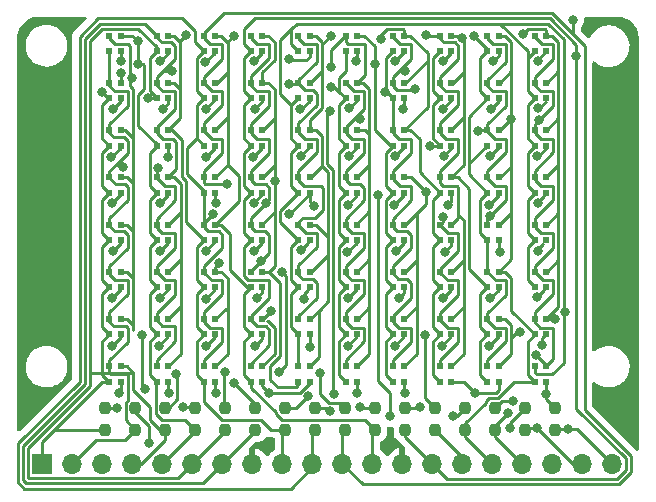
<source format=gbr>
%TF.GenerationSoftware,KiCad,Pcbnew,(6.0.10)*%
%TF.CreationDate,2023-01-20T23:09:19-08:00*%
%TF.ProjectId,pico8t,7069636f-3874-42e6-9b69-6361645f7063,rev?*%
%TF.SameCoordinates,Original*%
%TF.FileFunction,Copper,L1,Top*%
%TF.FilePolarity,Positive*%
%FSLAX46Y46*%
G04 Gerber Fmt 4.6, Leading zero omitted, Abs format (unit mm)*
G04 Created by KiCad (PCBNEW (6.0.10)) date 2023-01-20 23:09:19*
%MOMM*%
%LPD*%
G01*
G04 APERTURE LIST*
G04 Aperture macros list*
%AMRoundRect*
0 Rectangle with rounded corners*
0 $1 Rounding radius*
0 $2 $3 $4 $5 $6 $7 $8 $9 X,Y pos of 4 corners*
0 Add a 4 corners polygon primitive as box body*
4,1,4,$2,$3,$4,$5,$6,$7,$8,$9,$2,$3,0*
0 Add four circle primitives for the rounded corners*
1,1,$1+$1,$2,$3*
1,1,$1+$1,$4,$5*
1,1,$1+$1,$6,$7*
1,1,$1+$1,$8,$9*
0 Add four rect primitives between the rounded corners*
20,1,$1+$1,$2,$3,$4,$5,0*
20,1,$1+$1,$4,$5,$6,$7,0*
20,1,$1+$1,$6,$7,$8,$9,0*
20,1,$1+$1,$8,$9,$2,$3,0*%
G04 Aperture macros list end*
%TA.AperFunction,ComponentPad*%
%ADD10R,1.700000X1.700000*%
%TD*%
%TA.AperFunction,ComponentPad*%
%ADD11O,1.700000X1.700000*%
%TD*%
%TA.AperFunction,SMDPad,CuDef*%
%ADD12RoundRect,0.237500X-0.237500X0.250000X-0.237500X-0.250000X0.237500X-0.250000X0.237500X0.250000X0*%
%TD*%
%TA.AperFunction,SMDPad,CuDef*%
%ADD13R,0.550000X0.500000*%
%TD*%
%TA.AperFunction,ViaPad*%
%ADD14C,0.800000*%
%TD*%
%TA.AperFunction,Conductor*%
%ADD15C,0.250000*%
%TD*%
G04 APERTURE END LIST*
D10*
%TO.P,J0,1,Pin_1*%
%TO.N,P0*%
X37851000Y-50800000D03*
D11*
%TO.P,J0,2,Pin_2*%
%TO.N,P1*%
X40391000Y-50800000D03*
%TO.P,J0,3,Pin_3*%
%TO.N,GND*%
X42931000Y-50800000D03*
%TO.P,J0,4,Pin_4*%
%TO.N,P2*%
X45471000Y-50800000D03*
%TO.P,J0,5,Pin_5*%
%TO.N,P3*%
X48011000Y-50800000D03*
%TO.P,J0,6,Pin_6*%
%TO.N,P4*%
X50551000Y-50800000D03*
%TO.P,J0,7,Pin_7*%
%TO.N,P5*%
X53091000Y-50800000D03*
%TO.P,J0,8,Pin_8*%
%TO.N,GND*%
X55631000Y-50800000D03*
%TO.P,J0,9,Pin_9*%
%TO.N,P6*%
X58171000Y-50800000D03*
%TO.P,J0,10,Pin_10*%
%TO.N,P7*%
X60711000Y-50800000D03*
%TO.P,J0,11,Pin_11*%
%TO.N,P8*%
X63251000Y-50800000D03*
%TO.P,J0,12,Pin_12*%
%TO.N,P9*%
X65791000Y-50800000D03*
%TO.P,J0,13,Pin_13*%
%TO.N,GND*%
X68331000Y-50800000D03*
%TO.P,J0,14,Pin_14*%
%TO.N,PA*%
X70871000Y-50800000D03*
%TO.P,J0,15,Pin_15*%
%TO.N,PB*%
X73411000Y-50800000D03*
%TO.P,J0,16,Pin_16*%
%TO.N,PC*%
X75951000Y-50800000D03*
%TO.P,J0,17,Pin_17*%
%TO.N,PD*%
X78491000Y-50800000D03*
%TO.P,J0,18,Pin_18*%
%TO.N,GND*%
X81031000Y-50800000D03*
%TO.P,J0,19,Pin_19*%
%TO.N,PE*%
X83571000Y-50800000D03*
%TO.P,J0,20,Pin_20*%
%TO.N,PF*%
X86111000Y-50800000D03*
%TD*%
D12*
%TO.P,R7,1*%
%TO.N,Y7*%
X60960000Y-46077500D03*
%TO.P,R7,2*%
%TO.N,P7*%
X60960000Y-47902500D03*
%TD*%
%TO.P,R3,1*%
%TO.N,Y3*%
X50800000Y-46077500D03*
%TO.P,R3,2*%
%TO.N,P3*%
X50800000Y-47902500D03*
%TD*%
D13*
%TO.P,D42,1,RK*%
%TO.N,P6*%
X51535000Y-31830000D03*
%TO.P,D42,2,GK*%
%TO.N,P7*%
X51535000Y-30530000D03*
%TO.P,D42,3,BK*%
%TO.N,P9*%
X52485000Y-30530000D03*
%TO.P,D42,4,A*%
%TO.N,Y8*%
X52485000Y-31830000D03*
%TD*%
%TO.P,D45,1,RK*%
%TO.N,P0*%
X63535000Y-31830000D03*
%TO.P,D45,2,GK*%
%TO.N,P1*%
X63535000Y-30530000D03*
%TO.P,D45,3,BK*%
%TO.N,P2*%
X64485000Y-30530000D03*
%TO.P,D45,4,A*%
%TO.N,Y9*%
X64485000Y-31830000D03*
%TD*%
%TO.P,D51,1,RK*%
%TO.N,P3*%
X47535000Y-35830000D03*
%TO.P,D51,2,GK*%
%TO.N,P4*%
X47535000Y-34530000D03*
%TO.P,D51,3,BK*%
%TO.N,P5*%
X48485000Y-34530000D03*
%TO.P,D51,4,A*%
%TO.N,YA*%
X48485000Y-35830000D03*
%TD*%
D12*
%TO.P,R11,1*%
%TO.N,YB*%
X71120000Y-46077500D03*
%TO.P,R11,2*%
%TO.N,PB*%
X71120000Y-47902500D03*
%TD*%
D13*
%TO.P,D76,1,RK*%
%TO.N,P3*%
X67535000Y-43830000D03*
%TO.P,D76,2,GK*%
%TO.N,P4*%
X67535000Y-42530000D03*
%TO.P,D76,3,BK*%
%TO.N,P5*%
X68485000Y-42530000D03*
%TO.P,D76,4,A*%
%TO.N,YF*%
X68485000Y-43830000D03*
%TD*%
%TO.P,D73,1,RK*%
%TO.N,P9*%
X55535000Y-43830000D03*
%TO.P,D73,2,GK*%
%TO.N,PA*%
X55535000Y-42530000D03*
%TO.P,D73,3,BK*%
%TO.N,PB*%
X56485000Y-42530000D03*
%TO.P,D73,4,A*%
%TO.N,YE*%
X56485000Y-43830000D03*
%TD*%
%TO.P,D61,1,RK*%
%TO.N,P3*%
X47535000Y-39830000D03*
%TO.P,D61,2,GK*%
%TO.N,P4*%
X47535000Y-38530000D03*
%TO.P,D61,3,BK*%
%TO.N,P5*%
X48485000Y-38530000D03*
%TO.P,D61,4,A*%
%TO.N,YC*%
X48485000Y-39830000D03*
%TD*%
%TO.P,D14,1,RK*%
%TO.N,PD*%
X59535000Y-19830000D03*
%TO.P,D14,2,GK*%
%TO.N,PE*%
X59535000Y-18530000D03*
%TO.P,D14,3,BK*%
%TO.N,PF*%
X60485000Y-18530000D03*
%TO.P,D14,4,A*%
%TO.N,Y2*%
X60485000Y-19830000D03*
%TD*%
D12*
%TO.P,R6,1*%
%TO.N,Y6*%
X58420000Y-46077500D03*
%TO.P,R6,2*%
%TO.N,P6*%
X58420000Y-47902500D03*
%TD*%
D13*
%TO.P,D1,1,RK*%
%TO.N,P4*%
X47535000Y-15830000D03*
%TO.P,D1,2,GK*%
%TO.N,P5*%
X47535000Y-14530000D03*
%TO.P,D1,3,BK*%
%TO.N,P6*%
X48485000Y-14530000D03*
%TO.P,D1,4,A*%
%TO.N,Y0*%
X48485000Y-15830000D03*
%TD*%
%TO.P,D24,1,RK*%
%TO.N,PD*%
X59535000Y-23830000D03*
%TO.P,D24,2,GK*%
%TO.N,PE*%
X59535000Y-22530000D03*
%TO.P,D24,3,BK*%
%TO.N,PF*%
X60485000Y-22530000D03*
%TO.P,D24,4,A*%
%TO.N,Y4*%
X60485000Y-23830000D03*
%TD*%
%TO.P,D20,1,RK*%
%TO.N,P0*%
X43535000Y-23830000D03*
%TO.P,D20,2,GK*%
%TO.N,P1*%
X43535000Y-22530000D03*
%TO.P,D20,3,BK*%
%TO.N,P2*%
X44485000Y-22530000D03*
%TO.P,D20,4,A*%
%TO.N,Y4*%
X44485000Y-23830000D03*
%TD*%
%TO.P,D33,1,RK*%
%TO.N,PA*%
X55535000Y-27830000D03*
%TO.P,D33,2,GK*%
%TO.N,PB*%
X55535000Y-26530000D03*
%TO.P,D33,3,BK*%
%TO.N,PC*%
X56485000Y-26530000D03*
%TO.P,D33,4,A*%
%TO.N,Y6*%
X56485000Y-27830000D03*
%TD*%
%TO.P,D7,1,RK*%
%TO.N,P7*%
X71535000Y-15830000D03*
%TO.P,D7,2,GK*%
%TO.N,P8*%
X71535000Y-14530000D03*
%TO.P,D7,3,BK*%
%TO.N,P9*%
X72485000Y-14530000D03*
%TO.P,D7,4,A*%
%TO.N,Y1*%
X72485000Y-15830000D03*
%TD*%
%TO.P,D59,1,RK*%
%TO.N,PD*%
X79535000Y-35830000D03*
%TO.P,D59,2,GK*%
%TO.N,PE*%
X79535000Y-34530000D03*
%TO.P,D59,3,BK*%
%TO.N,PF*%
X80485000Y-34530000D03*
%TO.P,D59,4,A*%
%TO.N,YB*%
X80485000Y-35830000D03*
%TD*%
%TO.P,D2,1,RK*%
%TO.N,P7*%
X51535000Y-15830000D03*
%TO.P,D2,2,GK*%
%TO.N,P8*%
X51535000Y-14530000D03*
%TO.P,D2,3,BK*%
%TO.N,P9*%
X52485000Y-14530000D03*
%TO.P,D2,4,A*%
%TO.N,Y0*%
X52485000Y-15830000D03*
%TD*%
%TO.P,D5,1,RK*%
%TO.N,P0*%
X63535000Y-15830000D03*
%TO.P,D5,2,GK*%
%TO.N,P2*%
X63535000Y-14530000D03*
%TO.P,D5,3,BK*%
%TO.N,P3*%
X64485000Y-14530000D03*
%TO.P,D5,4,A*%
%TO.N,Y1*%
X64485000Y-15830000D03*
%TD*%
%TO.P,D50,1,RK*%
%TO.N,P0*%
X43535000Y-35830000D03*
%TO.P,D50,2,GK*%
%TO.N,P1*%
X43535000Y-34530000D03*
%TO.P,D50,3,BK*%
%TO.N,P2*%
X44485000Y-34530000D03*
%TO.P,D50,4,A*%
%TO.N,YA*%
X44485000Y-35830000D03*
%TD*%
%TO.P,D9,1,RK*%
%TO.N,PD*%
X79535000Y-15830000D03*
%TO.P,D9,2,GK*%
%TO.N,PE*%
X79535000Y-14530000D03*
%TO.P,D9,3,BK*%
%TO.N,PF*%
X80485000Y-14530000D03*
%TO.P,D9,4,A*%
%TO.N,Y1*%
X80485000Y-15830000D03*
%TD*%
%TO.P,D22,1,RK*%
%TO.N,P7*%
X51535000Y-23830000D03*
%TO.P,D22,2,GK*%
%TO.N,P8*%
X51535000Y-22530000D03*
%TO.P,D22,3,BK*%
%TO.N,P9*%
X52485000Y-22530000D03*
%TO.P,D22,4,A*%
%TO.N,Y4*%
X52485000Y-23830000D03*
%TD*%
%TO.P,D28,1,RK*%
%TO.N,PA*%
X75535000Y-23830000D03*
%TO.P,D28,2,GK*%
%TO.N,PB*%
X75535000Y-22530000D03*
%TO.P,D28,3,BK*%
%TO.N,PC*%
X76485000Y-22530000D03*
%TO.P,D28,4,A*%
%TO.N,Y5*%
X76485000Y-23830000D03*
%TD*%
%TO.P,D46,1,RK*%
%TO.N,P3*%
X67535000Y-31830000D03*
%TO.P,D46,2,GK*%
%TO.N,P4*%
X67535000Y-30530000D03*
%TO.P,D46,3,BK*%
%TO.N,P5*%
X68485000Y-30530000D03*
%TO.P,D46,4,A*%
%TO.N,Y9*%
X68485000Y-31830000D03*
%TD*%
%TO.P,D17,1,RK*%
%TO.N,P7*%
X71535000Y-19830000D03*
%TO.P,D17,2,GK*%
%TO.N,P8*%
X71535000Y-18530000D03*
%TO.P,D17,3,BK*%
%TO.N,P9*%
X72485000Y-18530000D03*
%TO.P,D17,4,A*%
%TO.N,Y3*%
X72485000Y-19830000D03*
%TD*%
%TO.P,D29,1,RK*%
%TO.N,PD*%
X79535000Y-23830000D03*
%TO.P,D29,2,GK*%
%TO.N,PE*%
X79535000Y-22530000D03*
%TO.P,D29,3,BK*%
%TO.N,PF*%
X80485000Y-22530000D03*
%TO.P,D29,4,A*%
%TO.N,Y5*%
X80485000Y-23830000D03*
%TD*%
%TO.P,D18,1,RK*%
%TO.N,PA*%
X75535000Y-19830000D03*
%TO.P,D18,2,GK*%
%TO.N,PB*%
X75535000Y-18530000D03*
%TO.P,D18,3,BK*%
%TO.N,PC*%
X76485000Y-18530000D03*
%TO.P,D18,4,A*%
%TO.N,Y3*%
X76485000Y-19830000D03*
%TD*%
%TO.P,D37,1,RK*%
%TO.N,P6*%
X71535000Y-27830000D03*
%TO.P,D37,2,GK*%
%TO.N,P8*%
X71535000Y-26530000D03*
%TO.P,D37,3,BK*%
%TO.N,P9*%
X72485000Y-26530000D03*
%TO.P,D37,4,A*%
%TO.N,Y7*%
X72485000Y-27830000D03*
%TD*%
%TO.P,D56,1,RK*%
%TO.N,P3*%
X67535000Y-35830000D03*
%TO.P,D56,2,GK*%
%TO.N,P4*%
X67535000Y-34530000D03*
%TO.P,D56,3,BK*%
%TO.N,P5*%
X68485000Y-34530000D03*
%TO.P,D56,4,A*%
%TO.N,YB*%
X68485000Y-35830000D03*
%TD*%
%TO.P,D19,1,RK*%
%TO.N,PD*%
X79535000Y-19830000D03*
%TO.P,D19,2,GK*%
%TO.N,PE*%
X79535000Y-18530000D03*
%TO.P,D19,3,BK*%
%TO.N,PF*%
X80485000Y-18530000D03*
%TO.P,D19,4,A*%
%TO.N,Y3*%
X80485000Y-19830000D03*
%TD*%
D12*
%TO.P,R4,1*%
%TO.N,Y4*%
X53340000Y-46077500D03*
%TO.P,R4,2*%
%TO.N,P4*%
X53340000Y-47902500D03*
%TD*%
D13*
%TO.P,D53,1,RK*%
%TO.N,P9*%
X55535000Y-35830000D03*
%TO.P,D53,2,GK*%
%TO.N,PB*%
X55535000Y-34530000D03*
%TO.P,D53,3,BK*%
%TO.N,PC*%
X56485000Y-34530000D03*
%TO.P,D53,4,A*%
%TO.N,YA*%
X56485000Y-35830000D03*
%TD*%
%TO.P,D47,1,RK*%
%TO.N,P6*%
X71535000Y-31830000D03*
%TO.P,D47,2,GK*%
%TO.N,P7*%
X71535000Y-30530000D03*
%TO.P,D47,3,BK*%
%TO.N,P8*%
X72485000Y-30530000D03*
%TO.P,D47,4,A*%
%TO.N,Y9*%
X72485000Y-31830000D03*
%TD*%
%TO.P,D69,1,RK*%
%TO.N,PC*%
X79535000Y-39830000D03*
%TO.P,D69,2,GK*%
%TO.N,PE*%
X79535000Y-38530000D03*
%TO.P,D69,3,BK*%
%TO.N,PF*%
X80485000Y-38530000D03*
%TO.P,D69,4,A*%
%TO.N,YD*%
X80485000Y-39830000D03*
%TD*%
%TO.P,D67,1,RK*%
%TO.N,P6*%
X71535000Y-39830000D03*
%TO.P,D67,2,GK*%
%TO.N,P7*%
X71535000Y-38530000D03*
%TO.P,D67,3,BK*%
%TO.N,P8*%
X72485000Y-38530000D03*
%TO.P,D67,4,A*%
%TO.N,YD*%
X72485000Y-39830000D03*
%TD*%
%TO.P,D43,1,RK*%
%TO.N,PA*%
X55535000Y-31830000D03*
%TO.P,D43,2,GK*%
%TO.N,PB*%
X55535000Y-30530000D03*
%TO.P,D43,3,BK*%
%TO.N,PC*%
X56485000Y-30530000D03*
%TO.P,D43,4,A*%
%TO.N,Y8*%
X56485000Y-31830000D03*
%TD*%
%TO.P,D68,1,RK*%
%TO.N,P9*%
X75535000Y-39830000D03*
%TO.P,D68,2,GK*%
%TO.N,PA*%
X75535000Y-38530000D03*
%TO.P,D68,3,BK*%
%TO.N,PB*%
X76485000Y-38530000D03*
%TO.P,D68,4,A*%
%TO.N,YD*%
X76485000Y-39830000D03*
%TD*%
%TO.P,D58,1,RK*%
%TO.N,P9*%
X75535000Y-35830000D03*
%TO.P,D58,2,GK*%
%TO.N,PA*%
X75535000Y-34530000D03*
%TO.P,D58,3,BK*%
%TO.N,PC*%
X76485000Y-34530000D03*
%TO.P,D58,4,A*%
%TO.N,YB*%
X76485000Y-35830000D03*
%TD*%
%TO.P,D64,1,RK*%
%TO.N,PD*%
X59535000Y-39830000D03*
%TO.P,D64,2,GK*%
%TO.N,PE*%
X59535000Y-38530000D03*
%TO.P,D64,3,BK*%
%TO.N,PF*%
X60485000Y-38530000D03*
%TO.P,D64,4,A*%
%TO.N,YC*%
X60485000Y-39830000D03*
%TD*%
%TO.P,D71,1,RK*%
%TO.N,P3*%
X47535000Y-43830000D03*
%TO.P,D71,2,GK*%
%TO.N,P4*%
X47535000Y-42530000D03*
%TO.P,D71,3,BK*%
%TO.N,P5*%
X48485000Y-42530000D03*
%TO.P,D71,4,A*%
%TO.N,YE*%
X48485000Y-43830000D03*
%TD*%
%TO.P,D0,1,RK*%
%TO.N,P1*%
X43535000Y-15830000D03*
%TO.P,D0,2,GK*%
%TO.N,P2*%
X43535000Y-14530000D03*
%TO.P,D0,3,BK*%
%TO.N,P3*%
X44485000Y-14530000D03*
%TO.P,D0,4,A*%
%TO.N,Y0*%
X44485000Y-15830000D03*
%TD*%
%TO.P,D26,1,RK*%
%TO.N,P3*%
X67535000Y-23830000D03*
%TO.P,D26,2,GK*%
%TO.N,P4*%
X67535000Y-22530000D03*
%TO.P,D26,3,BK*%
%TO.N,P6*%
X68485000Y-22530000D03*
%TO.P,D26,4,A*%
%TO.N,Y5*%
X68485000Y-23830000D03*
%TD*%
%TO.P,D4,1,RK*%
%TO.N,PD*%
X59535000Y-15830000D03*
%TO.P,D4,2,GK*%
%TO.N,PE*%
X59535000Y-14530000D03*
%TO.P,D4,3,BK*%
%TO.N,PF*%
X60485000Y-14530000D03*
%TO.P,D4,4,A*%
%TO.N,Y0*%
X60485000Y-15830000D03*
%TD*%
%TO.P,D40,1,RK*%
%TO.N,P0*%
X43535000Y-31830000D03*
%TO.P,D40,2,GK*%
%TO.N,P1*%
X43535000Y-30530000D03*
%TO.P,D40,3,BK*%
%TO.N,P2*%
X44485000Y-30530000D03*
%TO.P,D40,4,A*%
%TO.N,Y8*%
X44485000Y-31830000D03*
%TD*%
D12*
%TO.P,R12,1*%
%TO.N,YC*%
X73660000Y-46077500D03*
%TO.P,R12,2*%
%TO.N,PC*%
X73660000Y-47902500D03*
%TD*%
D13*
%TO.P,D60,1,RK*%
%TO.N,P0*%
X43535000Y-39830000D03*
%TO.P,D60,2,GK*%
%TO.N,P1*%
X43535000Y-38530000D03*
%TO.P,D60,3,BK*%
%TO.N,P2*%
X44485000Y-38530000D03*
%TO.P,D60,4,A*%
%TO.N,YC*%
X44485000Y-39830000D03*
%TD*%
%TO.P,D31,1,RK*%
%TO.N,P3*%
X47535000Y-27830000D03*
%TO.P,D31,2,GK*%
%TO.N,P4*%
X47535000Y-26530000D03*
%TO.P,D31,3,BK*%
%TO.N,P5*%
X48485000Y-26530000D03*
%TO.P,D31,4,A*%
%TO.N,Y6*%
X48485000Y-27830000D03*
%TD*%
%TO.P,D36,1,RK*%
%TO.N,P3*%
X67535000Y-27830000D03*
%TO.P,D36,2,GK*%
%TO.N,P4*%
X67535000Y-26530000D03*
%TO.P,D36,3,BK*%
%TO.N,P5*%
X68485000Y-26530000D03*
%TO.P,D36,4,A*%
%TO.N,Y7*%
X68485000Y-27830000D03*
%TD*%
%TO.P,D52,1,RK*%
%TO.N,P6*%
X51535000Y-35830000D03*
%TO.P,D52,2,GK*%
%TO.N,P7*%
X51535000Y-34530000D03*
%TO.P,D52,3,BK*%
%TO.N,P8*%
X52485000Y-34530000D03*
%TO.P,D52,4,A*%
%TO.N,YA*%
X52485000Y-35830000D03*
%TD*%
D12*
%TO.P,R0,1*%
%TO.N,Y0*%
X43180000Y-46077500D03*
%TO.P,R0,2*%
%TO.N,P0*%
X43180000Y-47902500D03*
%TD*%
D13*
%TO.P,D39,1,RK*%
%TO.N,PD*%
X79535000Y-27830000D03*
%TO.P,D39,2,GK*%
%TO.N,PE*%
X79535000Y-26530000D03*
%TO.P,D39,3,BK*%
%TO.N,PF*%
X80485000Y-26530000D03*
%TO.P,D39,4,A*%
%TO.N,Y7*%
X80485000Y-27830000D03*
%TD*%
%TO.P,D49,1,RK*%
%TO.N,PD*%
X79535000Y-31830000D03*
%TO.P,D49,2,GK*%
%TO.N,PE*%
X79535000Y-30530000D03*
%TO.P,D49,3,BK*%
%TO.N,PF*%
X80485000Y-30530000D03*
%TO.P,D49,4,A*%
%TO.N,Y9*%
X80485000Y-31830000D03*
%TD*%
%TO.P,D38,1,RK*%
%TO.N,PA*%
X75535000Y-27830000D03*
%TO.P,D38,2,GK*%
%TO.N,PB*%
X75535000Y-26530000D03*
%TO.P,D38,3,BK*%
%TO.N,PC*%
X76485000Y-26530000D03*
%TO.P,D38,4,A*%
%TO.N,Y7*%
X76485000Y-27830000D03*
%TD*%
D12*
%TO.P,R15,1*%
%TO.N,YF*%
X81280000Y-46077500D03*
%TO.P,R15,2*%
%TO.N,PF*%
X81280000Y-47902500D03*
%TD*%
D13*
%TO.P,D62,1,RK*%
%TO.N,P6*%
X51535000Y-39830000D03*
%TO.P,D62,2,GK*%
%TO.N,P7*%
X51535000Y-38530000D03*
%TO.P,D62,3,BK*%
%TO.N,P8*%
X52485000Y-38530000D03*
%TO.P,D62,4,A*%
%TO.N,YC*%
X52485000Y-39830000D03*
%TD*%
D12*
%TO.P,R8,1*%
%TO.N,Y8*%
X63500000Y-46077500D03*
%TO.P,R8,2*%
%TO.N,P8*%
X63500000Y-47902500D03*
%TD*%
D13*
%TO.P,D8,1,RK*%
%TO.N,PA*%
X75535000Y-15830000D03*
%TO.P,D8,2,GK*%
%TO.N,PB*%
X75535000Y-14530000D03*
%TO.P,D8,3,BK*%
%TO.N,PC*%
X76485000Y-14530000D03*
%TO.P,D8,4,A*%
%TO.N,Y1*%
X76485000Y-15830000D03*
%TD*%
%TO.P,D34,1,RK*%
%TO.N,PD*%
X59535000Y-27830000D03*
%TO.P,D34,2,GK*%
%TO.N,PE*%
X59535000Y-26530000D03*
%TO.P,D34,3,BK*%
%TO.N,PF*%
X60485000Y-26530000D03*
%TO.P,D34,4,A*%
%TO.N,Y6*%
X60485000Y-27830000D03*
%TD*%
D12*
%TO.P,R2,1*%
%TO.N,Y2*%
X48260000Y-46077500D03*
%TO.P,R2,2*%
%TO.N,P2*%
X48260000Y-47902500D03*
%TD*%
D13*
%TO.P,D55,1,RK*%
%TO.N,P0*%
X63535000Y-35830000D03*
%TO.P,D55,2,GK*%
%TO.N,P1*%
X63535000Y-34530000D03*
%TO.P,D55,3,BK*%
%TO.N,P2*%
X64485000Y-34530000D03*
%TO.P,D55,4,A*%
%TO.N,YB*%
X64485000Y-35830000D03*
%TD*%
%TO.P,D75,1,RK*%
%TO.N,P0*%
X63535000Y-43830000D03*
%TO.P,D75,2,GK*%
%TO.N,P1*%
X63535000Y-42530000D03*
%TO.P,D75,3,BK*%
%TO.N,P2*%
X64485000Y-42530000D03*
%TO.P,D75,4,A*%
%TO.N,YF*%
X64485000Y-43830000D03*
%TD*%
%TO.P,D74,1,RK*%
%TO.N,PC*%
X59535000Y-43830000D03*
%TO.P,D74,2,GK*%
%TO.N,PD*%
X59535000Y-42530000D03*
%TO.P,D74,3,BK*%
%TO.N,PF*%
X60485000Y-42530000D03*
%TO.P,D74,4,A*%
%TO.N,YE*%
X60485000Y-43830000D03*
%TD*%
%TO.P,D70,1,RK*%
%TO.N,P0*%
X43535000Y-43830000D03*
%TO.P,D70,2,GK*%
%TO.N,P1*%
X43535000Y-42530000D03*
%TO.P,D70,3,BK*%
%TO.N,P2*%
X44485000Y-42530000D03*
%TO.P,D70,4,A*%
%TO.N,YE*%
X44485000Y-43830000D03*
%TD*%
%TO.P,D54,1,RK*%
%TO.N,PD*%
X59535000Y-35830000D03*
%TO.P,D54,2,GK*%
%TO.N,PE*%
X59535000Y-34530000D03*
%TO.P,D54,3,BK*%
%TO.N,PF*%
X60485000Y-34530000D03*
%TO.P,D54,4,A*%
%TO.N,YA*%
X60485000Y-35830000D03*
%TD*%
%TO.P,D25,1,RK*%
%TO.N,P0*%
X63535000Y-23830000D03*
%TO.P,D25,2,GK*%
%TO.N,P1*%
X63535000Y-22530000D03*
%TO.P,D25,3,BK*%
%TO.N,P2*%
X64485000Y-22530000D03*
%TO.P,D25,4,A*%
%TO.N,Y5*%
X64485000Y-23830000D03*
%TD*%
%TO.P,D66,1,RK*%
%TO.N,P3*%
X67535000Y-39830000D03*
%TO.P,D66,2,GK*%
%TO.N,P4*%
X67535000Y-38530000D03*
%TO.P,D66,3,BK*%
%TO.N,P5*%
X68485000Y-38530000D03*
%TO.P,D66,4,A*%
%TO.N,YD*%
X68485000Y-39830000D03*
%TD*%
%TO.P,D12,1,RK*%
%TO.N,P7*%
X51535000Y-19830000D03*
%TO.P,D12,2,GK*%
%TO.N,P8*%
X51535000Y-18530000D03*
%TO.P,D12,3,BK*%
%TO.N,P9*%
X52485000Y-18530000D03*
%TO.P,D12,4,A*%
%TO.N,Y2*%
X52485000Y-19830000D03*
%TD*%
D12*
%TO.P,R10,1*%
%TO.N,YA*%
X68580000Y-46077500D03*
%TO.P,R10,2*%
%TO.N,PA*%
X68580000Y-47902500D03*
%TD*%
D13*
%TO.P,D13,1,RK*%
%TO.N,PA*%
X55535000Y-19830000D03*
%TO.P,D13,2,GK*%
%TO.N,PB*%
X55535000Y-18530000D03*
%TO.P,D13,3,BK*%
%TO.N,PC*%
X56485000Y-18530000D03*
%TO.P,D13,4,A*%
%TO.N,Y2*%
X56485000Y-19830000D03*
%TD*%
%TO.P,D48,1,RK*%
%TO.N,PA*%
X75535000Y-31830000D03*
%TO.P,D48,2,GK*%
%TO.N,PB*%
X75535000Y-30530000D03*
%TO.P,D48,3,BK*%
%TO.N,PC*%
X76485000Y-30530000D03*
%TO.P,D48,4,A*%
%TO.N,Y9*%
X76485000Y-31830000D03*
%TD*%
%TO.P,D63,1,RK*%
%TO.N,P9*%
X55535000Y-39830000D03*
%TO.P,D63,2,GK*%
%TO.N,PA*%
X55535000Y-38530000D03*
%TO.P,D63,3,BK*%
%TO.N,PB*%
X56485000Y-38530000D03*
%TO.P,D63,4,A*%
%TO.N,YC*%
X56485000Y-39830000D03*
%TD*%
D12*
%TO.P,R1,1*%
%TO.N,Y1*%
X45720000Y-46077500D03*
%TO.P,R1,2*%
%TO.N,P1*%
X45720000Y-47902500D03*
%TD*%
D13*
%TO.P,D44,1,RK*%
%TO.N,PD*%
X59535000Y-31830000D03*
%TO.P,D44,2,GK*%
%TO.N,PE*%
X59535000Y-30530000D03*
%TO.P,D44,3,BK*%
%TO.N,PF*%
X60485000Y-30530000D03*
%TO.P,D44,4,A*%
%TO.N,Y8*%
X60485000Y-31830000D03*
%TD*%
%TO.P,D16,1,RK*%
%TO.N,P4*%
X67535000Y-19830000D03*
%TO.P,D16,2,GK*%
%TO.N,P5*%
X67535000Y-18530000D03*
%TO.P,D16,3,BK*%
%TO.N,P6*%
X68485000Y-18530000D03*
%TO.P,D16,4,A*%
%TO.N,Y3*%
X68485000Y-19830000D03*
%TD*%
%TO.P,D6,1,RK*%
%TO.N,P4*%
X67535000Y-15830000D03*
%TO.P,D6,2,GK*%
%TO.N,P5*%
X67535000Y-14530000D03*
%TO.P,D6,3,BK*%
%TO.N,P6*%
X68485000Y-14530000D03*
%TO.P,D6,4,A*%
%TO.N,Y1*%
X68485000Y-15830000D03*
%TD*%
%TO.P,D10,1,RK*%
%TO.N,P0*%
X43535000Y-19830000D03*
%TO.P,D10,2,GK*%
%TO.N,P1*%
X43535000Y-18530000D03*
%TO.P,D10,3,BK*%
%TO.N,P3*%
X44485000Y-18530000D03*
%TO.P,D10,4,A*%
%TO.N,Y2*%
X44485000Y-19830000D03*
%TD*%
%TO.P,D79,1,RK*%
%TO.N,PC*%
X79535000Y-43830000D03*
%TO.P,D79,2,GK*%
%TO.N,PD*%
X79535000Y-42530000D03*
%TO.P,D79,3,BK*%
%TO.N,PE*%
X80485000Y-42530000D03*
%TO.P,D79,4,A*%
%TO.N,YF*%
X80485000Y-43830000D03*
%TD*%
%TO.P,D65,1,RK*%
%TO.N,P0*%
X63535000Y-39830000D03*
%TO.P,D65,2,GK*%
%TO.N,P1*%
X63535000Y-38530000D03*
%TO.P,D65,3,BK*%
%TO.N,P2*%
X64485000Y-38530000D03*
%TO.P,D65,4,A*%
%TO.N,YD*%
X64485000Y-39830000D03*
%TD*%
%TO.P,D57,1,RK*%
%TO.N,P6*%
X71535000Y-35830000D03*
%TO.P,D57,2,GK*%
%TO.N,P7*%
X71535000Y-34530000D03*
%TO.P,D57,3,BK*%
%TO.N,P8*%
X72485000Y-34530000D03*
%TO.P,D57,4,A*%
%TO.N,YB*%
X72485000Y-35830000D03*
%TD*%
%TO.P,D78,1,RK*%
%TO.N,P9*%
X75535000Y-43830000D03*
%TO.P,D78,2,GK*%
%TO.N,PA*%
X75535000Y-42530000D03*
%TO.P,D78,3,BK*%
%TO.N,PB*%
X76485000Y-42530000D03*
%TO.P,D78,4,A*%
%TO.N,YF*%
X76485000Y-43830000D03*
%TD*%
%TO.P,D32,1,RK*%
%TO.N,P7*%
X51535000Y-27830000D03*
%TO.P,D32,2,GK*%
%TO.N,P8*%
X51535000Y-26530000D03*
%TO.P,D32,3,BK*%
%TO.N,P9*%
X52485000Y-26530000D03*
%TO.P,D32,4,A*%
%TO.N,Y6*%
X52485000Y-27830000D03*
%TD*%
%TO.P,D27,1,RK*%
%TO.N,P7*%
X71535000Y-23830000D03*
%TO.P,D27,2,GK*%
%TO.N,P8*%
X71535000Y-22530000D03*
%TO.P,D27,3,BK*%
%TO.N,P9*%
X72485000Y-22530000D03*
%TO.P,D27,4,A*%
%TO.N,Y5*%
X72485000Y-23830000D03*
%TD*%
%TO.P,D15,1,RK*%
%TO.N,P0*%
X63535000Y-19830000D03*
%TO.P,D15,2,GK*%
%TO.N,P1*%
X63535000Y-18530000D03*
%TO.P,D15,3,BK*%
%TO.N,P2*%
X64485000Y-18530000D03*
%TO.P,D15,4,A*%
%TO.N,Y3*%
X64485000Y-19830000D03*
%TD*%
D12*
%TO.P,R5,1*%
%TO.N,Y5*%
X55880000Y-46077500D03*
%TO.P,R5,2*%
%TO.N,P5*%
X55880000Y-47902500D03*
%TD*%
D13*
%TO.P,D30,1,RK*%
%TO.N,P0*%
X43535000Y-27830000D03*
%TO.P,D30,2,GK*%
%TO.N,P1*%
X43535000Y-26530000D03*
%TO.P,D30,3,BK*%
%TO.N,P2*%
X44485000Y-26530000D03*
%TO.P,D30,4,A*%
%TO.N,Y6*%
X44485000Y-27830000D03*
%TD*%
%TO.P,D41,1,RK*%
%TO.N,P3*%
X47535000Y-31830000D03*
%TO.P,D41,2,GK*%
%TO.N,P4*%
X47535000Y-30530000D03*
%TO.P,D41,3,BK*%
%TO.N,P5*%
X48485000Y-30530000D03*
%TO.P,D41,4,A*%
%TO.N,Y8*%
X48485000Y-31830000D03*
%TD*%
%TO.P,D35,1,RK*%
%TO.N,P0*%
X63535000Y-27830000D03*
%TO.P,D35,2,GK*%
%TO.N,P1*%
X63535000Y-26530000D03*
%TO.P,D35,3,BK*%
%TO.N,P2*%
X64485000Y-26530000D03*
%TO.P,D35,4,A*%
%TO.N,Y7*%
X64485000Y-27830000D03*
%TD*%
%TO.P,D3,1,RK*%
%TO.N,PA*%
X55535000Y-15830000D03*
%TO.P,D3,2,GK*%
%TO.N,PB*%
X55535000Y-14530000D03*
%TO.P,D3,3,BK*%
%TO.N,PC*%
X56485000Y-14530000D03*
%TO.P,D3,4,A*%
%TO.N,Y0*%
X56485000Y-15830000D03*
%TD*%
%TO.P,D21,1,RK*%
%TO.N,P3*%
X47535000Y-23830000D03*
%TO.P,D21,2,GK*%
%TO.N,P5*%
X47535000Y-22530000D03*
%TO.P,D21,3,BK*%
%TO.N,P6*%
X48485000Y-22530000D03*
%TO.P,D21,4,A*%
%TO.N,Y4*%
X48485000Y-23830000D03*
%TD*%
%TO.P,D23,1,RK*%
%TO.N,PA*%
X55535000Y-23830000D03*
%TO.P,D23,2,GK*%
%TO.N,PB*%
X55535000Y-22530000D03*
%TO.P,D23,3,BK*%
%TO.N,PC*%
X56485000Y-22530000D03*
%TO.P,D23,4,A*%
%TO.N,Y4*%
X56485000Y-23830000D03*
%TD*%
%TO.P,D77,1,RK*%
%TO.N,P6*%
X71535000Y-43830000D03*
%TO.P,D77,2,GK*%
%TO.N,P7*%
X71535000Y-42530000D03*
%TO.P,D77,3,BK*%
%TO.N,P8*%
X72485000Y-42530000D03*
%TO.P,D77,4,A*%
%TO.N,YF*%
X72485000Y-43830000D03*
%TD*%
D12*
%TO.P,R13,1*%
%TO.N,YD*%
X76200000Y-46077500D03*
%TO.P,R13,2*%
%TO.N,PD*%
X76200000Y-47902500D03*
%TD*%
D13*
%TO.P,D11,1,RK*%
%TO.N,P4*%
X47535000Y-19830000D03*
%TO.P,D11,2,GK*%
%TO.N,P5*%
X47535000Y-18530000D03*
%TO.P,D11,3,BK*%
%TO.N,P6*%
X48485000Y-18530000D03*
%TO.P,D11,4,A*%
%TO.N,Y2*%
X48485000Y-19830000D03*
%TD*%
D12*
%TO.P,R14,1*%
%TO.N,YE*%
X78740000Y-46077500D03*
%TO.P,R14,2*%
%TO.N,PE*%
X78740000Y-47902500D03*
%TD*%
%TO.P,R9,1*%
%TO.N,Y9*%
X66040000Y-46077500D03*
%TO.P,R9,2*%
%TO.N,P9*%
X66040000Y-47902500D03*
%TD*%
D13*
%TO.P,D72,1,RK*%
%TO.N,P6*%
X51535000Y-43830000D03*
%TO.P,D72,2,GK*%
%TO.N,P7*%
X51535000Y-42530000D03*
%TO.P,D72,3,BK*%
%TO.N,P8*%
X52485000Y-42530000D03*
%TO.P,D72,4,A*%
%TO.N,YE*%
X52485000Y-43830000D03*
%TD*%
D14*
%TO.N,GND*%
X87630000Y-45720000D03*
X36322000Y-45720000D03*
%TO.N,P1*%
X44704000Y-25654000D03*
X64770000Y-21590000D03*
%TO.N,P2*%
X45405248Y-18147700D03*
X62261940Y-17144826D03*
%TO.N,P3*%
X65985000Y-16916503D03*
X45981519Y-15023500D03*
X44532019Y-17661415D03*
X45992200Y-16922500D03*
%TO.N,Y0*%
X44500800Y-16662400D03*
X55765301Y-16700101D03*
X58709500Y-16510000D03*
X44195500Y-46075600D03*
X47854755Y-16677829D03*
X51668519Y-16796883D03*
%TO.N,P4*%
X46761400Y-19786600D03*
X47659500Y-25704800D03*
X66908998Y-19266003D03*
%TO.N,P5*%
X70332600Y-27762200D03*
X68575700Y-17521700D03*
X69392800Y-19050000D03*
X48810500Y-17526000D03*
%TO.N,P6*%
X50038000Y-14478000D03*
X66562647Y-14813700D03*
%TO.N,P7*%
X52269846Y-29629370D03*
X71772974Y-29869622D03*
X70713600Y-23850600D03*
%TO.N,P8*%
X70358000Y-14478000D03*
X52819799Y-33769799D03*
X53517800Y-27127200D03*
X82804000Y-13208000D03*
%TO.N,P9*%
X54102000Y-14528800D03*
X73423509Y-14715510D03*
%TO.N,PA*%
X74422000Y-14528300D03*
X83071800Y-16242200D03*
%TO.N,PB*%
X78319001Y-39638599D03*
X75772266Y-29821128D03*
X57200800Y-37871400D03*
X56810500Y-28702000D03*
X74709500Y-22606000D03*
X56388000Y-33629600D03*
%TO.N,PC*%
X77535000Y-21626600D03*
X57535000Y-26801000D03*
%TO.N,PD*%
X82132251Y-37890112D03*
X77258489Y-46490432D03*
%TO.N,PE*%
X58709500Y-18612100D03*
X79659500Y-41605368D03*
X79904657Y-21675968D03*
X79756000Y-47752000D03*
%TO.N,PF*%
X81260500Y-38552077D03*
X82346800Y-47828200D03*
X62255400Y-14528800D03*
X78559299Y-14404701D03*
%TO.N,P0*%
X42879499Y-19308299D03*
X62306200Y-18872200D03*
%TO.N,Y1*%
X71780400Y-16713200D03*
X79855101Y-16685301D03*
X75996800Y-16713200D03*
X64451900Y-16713200D03*
X46863000Y-49022000D03*
X67716400Y-16713200D03*
%TO.N,Y2*%
X59659500Y-20777200D03*
X55829699Y-20700501D03*
X51714899Y-20700501D03*
X49209047Y-43177190D03*
X48057299Y-20700501D03*
X43839901Y-20700501D03*
%TO.N,Y3*%
X71739899Y-20716101D03*
X79832330Y-20679086D03*
X49784000Y-45974000D03*
X75808701Y-20716101D03*
X62563948Y-44878052D03*
X63837153Y-20678887D03*
X68417301Y-20716101D03*
X62202011Y-20923837D03*
%TO.N,Y4*%
X55696067Y-24835067D03*
X51695133Y-24835067D03*
X53307137Y-43025037D03*
X48469333Y-24835067D03*
X43705335Y-24835067D03*
X59720601Y-24744801D03*
%TO.N,Y5*%
X79766301Y-24699101D03*
X71831200Y-24688800D03*
X67741800Y-24688800D03*
X54102000Y-43942000D03*
X75742800Y-24688800D03*
X63779400Y-24688800D03*
%TO.N,Y6*%
X52580902Y-28679502D03*
X60860500Y-28982701D03*
X58724700Y-29664898D03*
X60378252Y-45064569D03*
X43738800Y-28679502D03*
X47850698Y-28679502D03*
X55750098Y-28679502D03*
%TO.N,Y7*%
X79785101Y-28680301D03*
X72163002Y-28827398D03*
X67667202Y-28827398D03*
X66259500Y-28048772D03*
X62230000Y-46341700D03*
X63713003Y-28827398D03*
X75664998Y-28827398D03*
X67310000Y-46736000D03*
%TO.N,Y8*%
X43806097Y-32734305D03*
X61351301Y-43111503D03*
X59766200Y-32689800D03*
X51682705Y-32734305D03*
X55797505Y-32734305D03*
X47796505Y-32734305D03*
%TO.N,Y9*%
X67758101Y-32782301D03*
X63680595Y-32859806D03*
X76588794Y-32859806D03*
X64770000Y-45974000D03*
X71915194Y-32859806D03*
X79790601Y-32749801D03*
%TO.N,YA*%
X60028201Y-36787201D03*
X58114473Y-34560074D03*
X43763301Y-36702101D03*
X57874500Y-42971998D03*
X56007899Y-36702101D03*
X51674901Y-36790501D03*
X47776501Y-36702101D03*
X69850000Y-45974000D03*
%TO.N,YB*%
X75768200Y-36753800D03*
X68046600Y-36753800D03*
X79730600Y-36679502D03*
X71780400Y-36753800D03*
X63703200Y-36753800D03*
X70259500Y-39902111D03*
%TO.N,YC*%
X46259500Y-39878000D03*
X60528200Y-40919400D03*
X72644000Y-46736000D03*
X55884600Y-40797000D03*
X47699801Y-40765601D03*
X46506299Y-44425701D03*
X51693600Y-40797000D03*
X43743400Y-40797000D03*
%TO.N,YD*%
X71706599Y-40764601D03*
X77724000Y-45479300D03*
X75694399Y-40764601D03*
X80162400Y-40741600D03*
X67693399Y-40764601D03*
X63700801Y-40764601D03*
%TO.N,YE*%
X52527200Y-44754800D03*
X57023000Y-44754800D03*
X44385900Y-44754800D03*
X77470000Y-47752000D03*
X48564800Y-44754800D03*
%TO.N,YF*%
X64490600Y-44754800D03*
X80485000Y-44848800D03*
X68580000Y-44754800D03*
X74472800Y-44754800D03*
%TD*%
D15*
%TO.N,P8*%
X64971000Y-52520000D02*
X63251000Y-50800000D01*
X87736000Y-50126903D02*
X87736000Y-51473097D01*
X87736000Y-51473097D02*
X86689097Y-52520000D01*
X83796800Y-46187703D02*
X87736000Y-50126903D01*
X83796800Y-15394008D02*
X83796800Y-46187703D01*
X83096396Y-14693604D02*
X83796800Y-15394008D01*
X86689097Y-52520000D02*
X64971000Y-52520000D01*
%TO.N,PA*%
X86502701Y-52070000D02*
X72141000Y-52070000D01*
X72141000Y-52070000D02*
X70871000Y-50800000D01*
X87286000Y-51286701D02*
X86502701Y-52070000D01*
X87286000Y-50313299D02*
X87286000Y-51286701D01*
X83071800Y-46099099D02*
X87286000Y-50313299D01*
X83071800Y-16242200D02*
X83071800Y-46099099D01*
%TO.N,PB*%
X71120000Y-47902500D02*
X73411000Y-50193500D01*
%TO.N,PC*%
X73660000Y-48509000D02*
X73660000Y-47902500D01*
X75951000Y-50800000D02*
X73660000Y-48509000D01*
%TO.N,PD*%
X78491000Y-50800000D02*
X76200000Y-48509000D01*
X76200000Y-48509000D02*
X76200000Y-47902500D01*
%TO.N,PE*%
X82804000Y-50800000D02*
X79756000Y-47752000D01*
X83571000Y-50800000D02*
X82804000Y-50800000D01*
%TO.N,PF*%
X83139200Y-47828200D02*
X82346800Y-47828200D01*
X86111000Y-50800000D02*
X83139200Y-47828200D01*
%TO.N,PA*%
X68580000Y-47902500D02*
X68580000Y-48509000D01*
X68580000Y-48509000D02*
X70871000Y-50800000D01*
%TO.N,P9*%
X65791000Y-48151500D02*
X65791000Y-50800000D01*
%TO.N,P8*%
X63251000Y-48151500D02*
X63251000Y-50800000D01*
%TO.N,P7*%
X60711000Y-48151500D02*
X60711000Y-50800000D01*
%TO.N,P6*%
X58171000Y-48151500D02*
X58171000Y-50800000D01*
%TO.N,P5*%
X55880000Y-48011000D02*
X53091000Y-50800000D01*
%TO.N,P4*%
X53340000Y-48011000D02*
X50551000Y-50800000D01*
%TO.N,P3*%
X50800000Y-48011000D02*
X48011000Y-50800000D01*
%TO.N,P2*%
X46228000Y-50800000D02*
X45471000Y-50800000D01*
X48260000Y-48768000D02*
X46228000Y-50800000D01*
X48260000Y-47902500D02*
X48260000Y-48768000D01*
%TO.N,P5*%
X51451396Y-52425000D02*
X52890000Y-50986396D01*
X36226000Y-49243604D02*
X36226000Y-52161396D01*
X36489604Y-52425000D02*
X51451396Y-52425000D01*
X42748604Y-13505000D02*
X41460000Y-14793604D01*
X41460000Y-14793604D02*
X41460000Y-44009604D01*
X46510000Y-13505000D02*
X42748604Y-13505000D01*
X41460000Y-44009604D02*
X36226000Y-49243604D01*
X47535000Y-14530000D02*
X46510000Y-13505000D01*
X36226000Y-52161396D02*
X36489604Y-52425000D01*
%TO.N,P4*%
X49376000Y-51975000D02*
X50551000Y-50800000D01*
X36676000Y-51975000D02*
X49376000Y-51975000D01*
%TO.N,P1*%
X42423000Y-48768000D02*
X40391000Y-50800000D01*
X44854500Y-48768000D02*
X42423000Y-48768000D01*
X45720000Y-47902500D02*
X44854500Y-48768000D01*
%TO.N,P0*%
X42912396Y-43830000D02*
X43535000Y-43830000D01*
X38839896Y-47902500D02*
X42912396Y-43830000D01*
X37851000Y-48891396D02*
X37851000Y-50800000D01*
X38839896Y-47902500D02*
X37851000Y-48891396D01*
X43180000Y-47902500D02*
X38839896Y-47902500D01*
%TO.N,P7*%
X50763000Y-15058000D02*
X51535000Y-15830000D01*
X50763000Y-14177695D02*
X50763000Y-15058000D01*
X49640305Y-13055000D02*
X50763000Y-14177695D01*
X42562208Y-13055000D02*
X49640305Y-13055000D01*
X41010000Y-43823208D02*
X41010000Y-14607208D01*
X41010000Y-14607208D02*
X42562208Y-13055000D01*
X35776000Y-49057208D02*
X41010000Y-43823208D01*
X35776000Y-52347792D02*
X35776000Y-49057208D01*
X58885000Y-52875000D02*
X36303208Y-52875000D01*
X36303208Y-52875000D02*
X35776000Y-52347792D01*
X60960000Y-50800000D02*
X58885000Y-52875000D01*
%TO.N,P4*%
X47535000Y-15531000D02*
X47535000Y-15830000D01*
X45959000Y-13955000D02*
X47535000Y-15531000D01*
X36676000Y-49430000D02*
X41910000Y-44196000D01*
X36676000Y-51975000D02*
X36676000Y-49430000D01*
X41910000Y-44196000D02*
X41910000Y-14980000D01*
X41910000Y-14980000D02*
X42935000Y-13955000D01*
X42935000Y-13955000D02*
X45959000Y-13955000D01*
%TO.N,P1*%
X63535000Y-26030000D02*
X65085000Y-24480000D01*
X65085000Y-32480000D02*
X65085000Y-31255000D01*
X43535000Y-29955000D02*
X45085000Y-28405000D01*
X63535000Y-30530000D02*
X63535000Y-30030000D01*
X63535000Y-34755000D02*
X63535000Y-34530000D01*
X43535000Y-26030000D02*
X44180500Y-25384500D01*
X65085000Y-28480000D02*
X65085000Y-27417600D01*
X43535000Y-42530000D02*
X43535000Y-43030000D01*
X65085000Y-40405000D02*
X65085000Y-39255000D01*
X45110400Y-43280400D02*
X45110400Y-45404105D01*
X45085000Y-20480000D02*
X45085000Y-19255000D01*
X45085000Y-31445200D02*
X44744800Y-31105000D01*
X64035000Y-23255000D02*
X63535000Y-22755000D01*
X44035000Y-19255000D02*
X43535000Y-18755000D01*
X43535000Y-34530000D02*
X43535000Y-34030000D01*
X65085000Y-24480000D02*
X65085000Y-23255000D01*
X65085000Y-31255000D02*
X64035000Y-31255000D01*
X63535000Y-42530000D02*
X63535000Y-41955000D01*
X44935000Y-39105000D02*
X43885000Y-39105000D01*
X63535000Y-22755000D02*
X63535000Y-22530000D01*
X44984600Y-43154600D02*
X45110400Y-43280400D01*
X43535000Y-26530000D02*
X43535000Y-26030000D01*
X44920000Y-47102500D02*
X45720000Y-47902500D01*
X44744800Y-31105000D02*
X44033600Y-31105000D01*
X44450000Y-25654000D02*
X44704000Y-25654000D01*
X63885000Y-27105000D02*
X63535000Y-26755000D01*
X43659600Y-43154600D02*
X44984600Y-43154600D01*
X44920000Y-45594505D02*
X44920000Y-47102500D01*
X65085000Y-23255000D02*
X64035000Y-23255000D01*
X44033600Y-31105000D02*
X43535000Y-30606400D01*
X44859600Y-27105000D02*
X44066000Y-27105000D01*
X63535000Y-30030000D02*
X65085000Y-28480000D01*
X43535000Y-43030000D02*
X43659600Y-43154600D01*
X63535000Y-22530000D02*
X63535000Y-22305000D01*
X43535000Y-22530000D02*
X43535000Y-22030000D01*
X45085000Y-24480000D02*
X45085000Y-23418800D01*
X65085000Y-19255000D02*
X64213000Y-19255000D01*
X43535000Y-15830000D02*
X43535000Y-18530000D01*
X45110400Y-45404105D02*
X44920000Y-45594505D01*
X65085000Y-20755000D02*
X65085000Y-19255000D01*
X63535000Y-26530000D02*
X63535000Y-26030000D01*
X45085000Y-39255000D02*
X44935000Y-39105000D01*
X43535000Y-38530000D02*
X43535000Y-37955000D01*
X63535000Y-37955000D02*
X65085000Y-36405000D01*
X64035000Y-31255000D02*
X63535000Y-30755000D01*
X63535000Y-26755000D02*
X63535000Y-26530000D01*
X43535000Y-38755000D02*
X43535000Y-38530000D01*
X64770000Y-21590000D02*
X64770000Y-21070000D01*
X44066000Y-27105000D02*
X43535000Y-26574000D01*
X45085000Y-27330400D02*
X44859600Y-27105000D01*
X64213000Y-19255000D02*
X63535000Y-18577000D01*
X63535000Y-34030000D02*
X65085000Y-32480000D01*
X43535000Y-22755000D02*
X43535000Y-22530000D01*
X43535000Y-18755000D02*
X43535000Y-18530000D01*
X45085000Y-32480000D02*
X45085000Y-31445200D01*
X63535000Y-38530000D02*
X63535000Y-37955000D01*
X43535000Y-30530000D02*
X43535000Y-29955000D01*
X64035000Y-39255000D02*
X63535000Y-38755000D01*
X44180500Y-25384500D02*
X45085000Y-24480000D01*
X45085000Y-40480000D02*
X45085000Y-39255000D01*
X44180500Y-25384500D02*
X44450000Y-25654000D01*
X65085000Y-36405000D02*
X65085000Y-35255000D01*
X45085000Y-28405000D02*
X45085000Y-27330400D01*
X44045200Y-35255000D02*
X43535000Y-34744800D01*
X43535000Y-22030000D02*
X45085000Y-20480000D01*
X43535000Y-34744800D02*
X43535000Y-34530000D01*
X63535000Y-34530000D02*
X63535000Y-34030000D01*
X43535000Y-42030000D02*
X45085000Y-40480000D01*
X45085000Y-36405000D02*
X45085000Y-35255000D01*
X65085000Y-39255000D02*
X64035000Y-39255000D01*
X43885000Y-23105000D02*
X43535000Y-22755000D01*
X64035000Y-35255000D02*
X63535000Y-34755000D01*
X63535000Y-41955000D02*
X65085000Y-40405000D01*
X63535000Y-30755000D02*
X63535000Y-30530000D01*
X43885000Y-39105000D02*
X43535000Y-38755000D01*
X45085000Y-19255000D02*
X44035000Y-19255000D01*
X63535000Y-22305000D02*
X64256000Y-21584000D01*
X63535000Y-38755000D02*
X63535000Y-38530000D01*
X45085000Y-23418800D02*
X44771200Y-23105000D01*
X64256000Y-21584000D02*
X65085000Y-20755000D01*
X65085000Y-35255000D02*
X64035000Y-35255000D01*
X45085000Y-35255000D02*
X44045200Y-35255000D01*
X65085000Y-27417600D02*
X64772400Y-27105000D01*
X43535000Y-34030000D02*
X45085000Y-32480000D01*
X64770000Y-21070000D02*
X65085000Y-20755000D01*
X43535000Y-37955000D02*
X45085000Y-36405000D01*
X64772400Y-27105000D02*
X63885000Y-27105000D01*
X43535000Y-42530000D02*
X43535000Y-42030000D01*
X44771200Y-23105000D02*
X43885000Y-23105000D01*
%TO.N,P2*%
X44485000Y-30530000D02*
X45010000Y-30530000D01*
X65535000Y-19068604D02*
X64996396Y-18530000D01*
X64485000Y-34504800D02*
X65535000Y-33454800D01*
X65535000Y-29410200D02*
X65535000Y-25498600D01*
X47010000Y-47086200D02*
X47826300Y-47902500D01*
X45542200Y-19075804D02*
X45542200Y-23190200D01*
X45560400Y-44504400D02*
X47010000Y-45954000D01*
X45535000Y-39439000D02*
X45535000Y-39068604D01*
X45535000Y-24492800D02*
X45542200Y-24485600D01*
X44485000Y-34530000D02*
X45010000Y-34530000D01*
X64485000Y-42530000D02*
X65535000Y-41480000D01*
X63535000Y-15030000D02*
X63745000Y-15240000D01*
X45010000Y-34530000D02*
X45535000Y-35055000D01*
X43535000Y-14530000D02*
X43535000Y-14755000D01*
X43535000Y-14755000D02*
X44035000Y-15255000D01*
X65535000Y-33454800D02*
X65535000Y-29410200D01*
X45021200Y-26530000D02*
X45535000Y-27043800D01*
X45257019Y-18790623D02*
X45542200Y-19075804D01*
X45257019Y-15427019D02*
X45257019Y-18790623D01*
X65176400Y-17838600D02*
X64485000Y-18530000D01*
X64549200Y-38530000D02*
X65535000Y-37544200D01*
X45535000Y-43055000D02*
X45560400Y-43080400D01*
X64485000Y-30460200D02*
X65535000Y-29410200D01*
X45085000Y-15255000D02*
X45257019Y-15427019D01*
X64485000Y-22530000D02*
X65202000Y-22530000D01*
X44485000Y-42530000D02*
X45010000Y-42530000D01*
X62261940Y-15716060D02*
X62261940Y-17144826D01*
X64503600Y-26530000D02*
X65535000Y-25498600D01*
X45010000Y-42530000D02*
X45560400Y-43080400D01*
X65535000Y-37544200D02*
X65535000Y-33454800D01*
X45535000Y-35055000D02*
X45535000Y-35465600D01*
X47010000Y-45954000D02*
X47010000Y-47086200D01*
X44882000Y-22530000D02*
X45542200Y-23190200D01*
X65535000Y-25498600D02*
X65535000Y-22863000D01*
X45535000Y-35465600D02*
X45535000Y-39439000D01*
X45535000Y-31768200D02*
X45535000Y-28556800D01*
X45535000Y-27043800D02*
X45535000Y-28556800D01*
X65535000Y-41480000D02*
X65535000Y-37544200D01*
X45535000Y-39068604D02*
X44996396Y-38530000D01*
X63745000Y-15240000D02*
X65176400Y-15240000D01*
X45010000Y-30530000D02*
X45535000Y-31055000D01*
X65535000Y-22863000D02*
X65535000Y-19068604D01*
X64996396Y-18530000D02*
X64485000Y-18530000D01*
X45560400Y-43080400D02*
X45560400Y-44504400D01*
X45535000Y-31768200D02*
X45535000Y-35465600D01*
X47826300Y-47902500D02*
X48260000Y-47902500D01*
X44485000Y-22530000D02*
X44882000Y-22530000D01*
X63448000Y-14530000D02*
X62261940Y-15716060D01*
X45535000Y-43055000D02*
X41919000Y-43055000D01*
X65176400Y-15240000D02*
X65176400Y-17838600D01*
X65202000Y-22530000D02*
X65535000Y-22863000D01*
X45535000Y-31055000D02*
X45535000Y-31768200D01*
X44485000Y-26530000D02*
X45021200Y-26530000D01*
X63535000Y-14530000D02*
X63535000Y-15030000D01*
X44035000Y-15255000D02*
X45085000Y-15255000D01*
X45535000Y-28556800D02*
X45535000Y-24492800D01*
X45542200Y-23190200D02*
X45542200Y-24485600D01*
X44996396Y-38530000D02*
X44485000Y-38530000D01*
%TO.N,P3*%
X45992200Y-15034181D02*
X45981519Y-15023500D01*
X66935000Y-24430000D02*
X66935000Y-27230000D01*
X65985000Y-22479000D02*
X67336000Y-23830000D01*
X46485000Y-17021000D02*
X46485000Y-19037695D01*
X47535000Y-43830000D02*
X46935000Y-43230000D01*
X66935000Y-31230000D02*
X67535000Y-31830000D01*
X47535000Y-35830000D02*
X46935000Y-35230000D01*
X46935000Y-43230000D02*
X46935000Y-40430000D01*
X44485000Y-17708434D02*
X44532019Y-17661415D01*
X47460000Y-43905000D02*
X47460000Y-46560495D01*
X47460000Y-46560495D02*
X47965705Y-47066200D01*
X46485000Y-19037695D02*
X45992200Y-19530495D01*
X49963700Y-47066200D02*
X50800000Y-47902500D01*
X66935000Y-43230000D02*
X67535000Y-43830000D01*
X44485000Y-18530000D02*
X44485000Y-17708434D01*
X67535000Y-31830000D02*
X66935000Y-32430000D01*
X45992200Y-16922500D02*
X45992200Y-15034181D01*
X67336000Y-23830000D02*
X67535000Y-23830000D01*
X66935000Y-35230000D02*
X67535000Y-35830000D01*
X66935000Y-39230000D02*
X67535000Y-39830000D01*
X65102796Y-14530000D02*
X65985000Y-15412204D01*
X46935000Y-24430000D02*
X47535000Y-23830000D01*
X45992200Y-22162200D02*
X47535000Y-23705000D01*
X66935000Y-32430000D02*
X66935000Y-35230000D01*
X67535000Y-27830000D02*
X66935000Y-28430000D01*
X66935000Y-40430000D02*
X66935000Y-43230000D01*
X47535000Y-27830000D02*
X46935000Y-27230000D01*
X46935000Y-28430000D02*
X47535000Y-27830000D01*
X47965705Y-47066200D02*
X49963700Y-47066200D01*
X47535000Y-39830000D02*
X46935000Y-39230000D01*
X67535000Y-39830000D02*
X66935000Y-40430000D01*
X66935000Y-28430000D02*
X66935000Y-31230000D01*
X46935000Y-31230000D02*
X46935000Y-28430000D01*
X66935000Y-36430000D02*
X66935000Y-39230000D01*
X44485000Y-14530000D02*
X45488019Y-14530000D01*
X45992200Y-19530495D02*
X45992200Y-22162200D01*
X46935000Y-35230000D02*
X46935000Y-32430000D01*
X46935000Y-36430000D02*
X47535000Y-35830000D01*
X46935000Y-40430000D02*
X47535000Y-39830000D01*
X47535000Y-31830000D02*
X46935000Y-31230000D01*
X66935000Y-27230000D02*
X67535000Y-27830000D01*
X65985000Y-15412204D02*
X65985000Y-22479000D01*
X46935000Y-39230000D02*
X46935000Y-36430000D01*
X67535000Y-35830000D02*
X66935000Y-36430000D01*
X45488019Y-14530000D02*
X45981519Y-15023500D01*
X46386500Y-16922500D02*
X46485000Y-17021000D01*
X67535000Y-23830000D02*
X66935000Y-24430000D01*
X45992200Y-16922500D02*
X46386500Y-16922500D01*
X46935000Y-32430000D02*
X47535000Y-31830000D01*
X64485000Y-14530000D02*
X65102796Y-14530000D01*
X46935000Y-27230000D02*
X46935000Y-24430000D01*
%TO.N,Y0*%
X60485000Y-15830000D02*
X60485000Y-16330000D01*
X56485000Y-15980402D02*
X55765301Y-16700101D01*
X52485000Y-15830000D02*
X52485000Y-15980402D01*
X60182701Y-16632299D02*
X58927410Y-16632299D01*
X56485000Y-15830000D02*
X56485000Y-15980402D01*
X58927410Y-16632299D02*
X58831799Y-16632299D01*
X48485000Y-15830000D02*
X48485000Y-16047584D01*
X52485000Y-15980402D02*
X51668519Y-16796883D01*
X44485000Y-16646600D02*
X44500800Y-16662400D01*
X44195500Y-46075600D02*
X43181900Y-46075600D01*
X58831799Y-16632299D02*
X58709500Y-16510000D01*
X44485000Y-15830000D02*
X44485000Y-16646600D01*
X60485000Y-16330000D02*
X60182701Y-16632299D01*
X48485000Y-16047584D02*
X47854755Y-16677829D01*
%TO.N,P4*%
X67535000Y-38755000D02*
X67535000Y-38530000D01*
X68760200Y-35105000D02*
X67998000Y-35105000D01*
X68097000Y-27255000D02*
X67535000Y-26693000D01*
X46761400Y-19786600D02*
X47491600Y-19786600D01*
X66935000Y-19240001D02*
X66908998Y-19266003D01*
X67535000Y-22755000D02*
X67535000Y-22530000D01*
X47968200Y-31255000D02*
X47535000Y-30821800D01*
X48020400Y-39105000D02*
X47535000Y-38619600D01*
X69085000Y-36755000D02*
X69085000Y-35429800D01*
X67885000Y-31105000D02*
X67535000Y-30755000D01*
X47535000Y-41955000D02*
X49085000Y-40405000D01*
X69085000Y-40480000D02*
X69085000Y-39255000D01*
X49085000Y-27255000D02*
X48216000Y-27255000D01*
X47535000Y-30530000D02*
X47535000Y-30030000D01*
X67535000Y-15830000D02*
X66935000Y-16430000D01*
X46935000Y-19230000D02*
X46935000Y-16430000D01*
X67535000Y-38305000D02*
X69085000Y-36755000D01*
X67535000Y-34530000D02*
X67535000Y-34030000D01*
X69085000Y-35429800D02*
X68760200Y-35105000D01*
X66935000Y-19230000D02*
X66935000Y-19240001D01*
X49085000Y-32480000D02*
X49085000Y-31255000D01*
X69085000Y-31432200D02*
X68757800Y-31105000D01*
X67998000Y-35105000D02*
X67535000Y-34642000D01*
X46935000Y-16430000D02*
X47535000Y-15830000D01*
X67535000Y-42530000D02*
X67535000Y-42030000D01*
X47535000Y-34030000D02*
X49085000Y-32480000D01*
X67535000Y-34030000D02*
X69085000Y-32480000D01*
X69085000Y-28480000D02*
X69085000Y-27255000D01*
X67535000Y-30530000D02*
X67535000Y-30030000D01*
X47535000Y-42530000D02*
X47535000Y-41955000D01*
X49085000Y-35255000D02*
X48215000Y-35255000D01*
X69085000Y-23255000D02*
X68035000Y-23255000D01*
X47535000Y-38530000D02*
X47535000Y-38030000D01*
X49085000Y-31255000D02*
X47968200Y-31255000D01*
X47535000Y-30030000D02*
X49085000Y-28480000D01*
X49085000Y-28480000D02*
X49085000Y-27255000D01*
X69085000Y-32480000D02*
X69085000Y-31432200D01*
X66935000Y-16430000D02*
X66935000Y-19230000D01*
X49085000Y-40405000D02*
X49085000Y-39105000D01*
X67535000Y-42030000D02*
X69085000Y-40480000D01*
X67535000Y-26030000D02*
X69085000Y-24480000D01*
X47535000Y-38030000D02*
X49085000Y-36480000D01*
X47535000Y-25829300D02*
X47659500Y-25704800D01*
X67535000Y-26530000D02*
X67535000Y-26030000D01*
X69085000Y-24480000D02*
X69085000Y-23255000D01*
X69085000Y-39255000D02*
X68035000Y-39255000D01*
X67535000Y-30030000D02*
X69085000Y-28480000D01*
X67535000Y-38530000D02*
X67535000Y-38305000D01*
X68035000Y-39255000D02*
X67535000Y-38755000D01*
X48216000Y-27255000D02*
X47535000Y-26574000D01*
X66935000Y-19230000D02*
X67535000Y-19830000D01*
X49085000Y-39105000D02*
X48020400Y-39105000D01*
X69085000Y-27255000D02*
X68097000Y-27255000D01*
X47535000Y-30821800D02*
X47535000Y-30530000D01*
X48215000Y-35255000D02*
X47535000Y-34575000D01*
X47535000Y-34530000D02*
X47535000Y-34030000D01*
X67535000Y-22530000D02*
X67535000Y-19830000D01*
X67535000Y-26693000D02*
X67535000Y-26530000D01*
X47535000Y-19830000D02*
X46935000Y-19230000D01*
X68757800Y-31105000D02*
X67885000Y-31105000D01*
X67535000Y-30755000D02*
X67535000Y-30530000D01*
X47535000Y-26530000D02*
X47535000Y-25829300D01*
X68035000Y-23255000D02*
X67535000Y-22755000D01*
X49085000Y-36480000D02*
X49085000Y-35255000D01*
%TO.N,P5*%
X68555400Y-30530000D02*
X69227700Y-29857700D01*
X49199800Y-23545800D02*
X49199800Y-25815200D01*
X48485000Y-38530000D02*
X49555400Y-37459600D01*
X70332600Y-28752800D02*
X69227700Y-29857700D01*
X47535000Y-14692800D02*
X47535000Y-14530000D01*
X48485000Y-42530000D02*
X49555400Y-41459600D01*
X69227700Y-29857700D02*
X69535000Y-29550400D01*
X68055500Y-17509500D02*
X69085000Y-16480000D01*
X48260000Y-17526000D02*
X48810500Y-17526000D01*
X69085000Y-15255000D02*
X68163200Y-15255000D01*
X48485000Y-26530000D02*
X49010000Y-26530000D01*
X68163200Y-15255000D02*
X67535000Y-14626800D01*
X67885000Y-19105000D02*
X69337800Y-19105000D01*
X69100400Y-26530000D02*
X70332600Y-27762200D01*
X47947200Y-15105000D02*
X47535000Y-14692800D01*
X67535000Y-18755000D02*
X67885000Y-19105000D01*
X49555400Y-29459600D02*
X48485000Y-30530000D01*
X49555400Y-36855400D02*
X49555400Y-32791400D01*
X49555400Y-28295600D02*
X49555400Y-29459600D01*
X69085000Y-16480000D02*
X69085000Y-15255000D01*
X68522800Y-34530000D02*
X69535000Y-33517800D01*
X49085000Y-20755000D02*
X49085000Y-19255000D01*
X49555400Y-32791400D02*
X49555400Y-28295600D01*
X49085000Y-15445000D02*
X48745000Y-15105000D01*
X68563500Y-17509500D02*
X68575700Y-17521700D01*
X47535000Y-18030000D02*
X48149500Y-17415500D01*
X47535000Y-22755000D02*
X47535000Y-22530000D01*
X48908398Y-23254398D02*
X48034398Y-23254398D01*
X47535000Y-18530000D02*
X47535000Y-18030000D01*
X49555400Y-37459600D02*
X49555400Y-36855400D01*
X67535000Y-18030000D02*
X68055500Y-17509500D01*
X48035000Y-19255000D02*
X47535000Y-18755000D01*
X70332600Y-27762200D02*
X70332600Y-28752800D01*
X49085000Y-19255000D02*
X48035000Y-19255000D01*
X47535000Y-22530000D02*
X47535000Y-22305000D01*
X68485200Y-38530000D02*
X69535000Y-37480200D01*
X68485000Y-26530000D02*
X69100400Y-26530000D01*
X47535000Y-18755000D02*
X47535000Y-18530000D01*
X48485000Y-34530000D02*
X49555400Y-33459600D01*
X49085000Y-16480000D02*
X49085000Y-15445000D01*
X68055500Y-17509500D02*
X68563500Y-17509500D01*
X49010000Y-26530000D02*
X49555400Y-27075400D01*
X68485000Y-42530000D02*
X69535000Y-41480000D01*
X48745000Y-15105000D02*
X47947200Y-15105000D01*
X69535000Y-41480000D02*
X69535000Y-37480200D01*
X47535000Y-22305000D02*
X49085000Y-20755000D01*
X48149500Y-17415500D02*
X49085000Y-16480000D01*
X69337800Y-19105000D02*
X69392800Y-19050000D01*
X69535000Y-33517800D02*
X69535000Y-29550400D01*
X49555400Y-41459600D02*
X49555400Y-36855400D01*
X48149500Y-17415500D02*
X48260000Y-17526000D01*
X67535000Y-18530000D02*
X67535000Y-18030000D01*
X48034398Y-23254398D02*
X47535000Y-22755000D01*
X49555400Y-33459600D02*
X49555400Y-32791400D01*
X49199800Y-25815200D02*
X48485000Y-26530000D01*
X67535000Y-18530000D02*
X67535000Y-18755000D01*
X48908398Y-23254398D02*
X49199800Y-23545800D01*
X69535000Y-37480200D02*
X69535000Y-33517800D01*
X49555400Y-27075400D02*
X49555400Y-28295600D01*
%TO.N,P6*%
X50935000Y-39230000D02*
X50935000Y-36430000D01*
X49535000Y-21480000D02*
X49535000Y-15245000D01*
X50005400Y-30300400D02*
X51535000Y-31830000D01*
X70935000Y-40430000D02*
X71535000Y-39830000D01*
X53045705Y-47066200D02*
X56362600Y-47066200D01*
X67071000Y-13955000D02*
X66562647Y-14463353D01*
X71535000Y-31830000D02*
X70935000Y-32430000D01*
X69799200Y-23319200D02*
X69799200Y-26094200D01*
X57198900Y-47902500D02*
X56362600Y-47066200D01*
X50038000Y-14478000D02*
X49535000Y-14981000D01*
X49535000Y-15245000D02*
X49535000Y-15055000D01*
X51535000Y-45555495D02*
X53045705Y-47066200D01*
X70935000Y-35230000D02*
X71535000Y-35830000D01*
X49649800Y-26533404D02*
X49982396Y-26866000D01*
X50935000Y-40430000D02*
X51535000Y-39830000D01*
X70935000Y-36430000D02*
X71535000Y-35830000D01*
X51535000Y-43830000D02*
X50935000Y-43230000D01*
X68996396Y-14530000D02*
X68485000Y-14530000D01*
X50935000Y-43230000D02*
X50935000Y-40430000D01*
X68592000Y-18530000D02*
X70485000Y-16637000D01*
X71535000Y-31830000D02*
X70935000Y-31230000D01*
X68485000Y-14030000D02*
X68410000Y-13955000D01*
X68485000Y-22530000D02*
X70485000Y-20530000D01*
X49535000Y-14981000D02*
X49535000Y-15245000D01*
X69010000Y-22530000D02*
X69799200Y-23319200D01*
X71535000Y-43830000D02*
X70935000Y-43230000D01*
X48485000Y-22530000D02*
X49535000Y-21480000D01*
X68410000Y-13955000D02*
X67071000Y-13955000D01*
X50935000Y-36430000D02*
X51535000Y-35830000D01*
X68485000Y-22530000D02*
X69010000Y-22530000D01*
X69799200Y-26094200D02*
X71535000Y-27830000D01*
X66562647Y-14463353D02*
X66562647Y-14813700D01*
X58420000Y-47902500D02*
X57198900Y-47902500D01*
X51535000Y-39830000D02*
X50935000Y-39230000D01*
X68485000Y-14530000D02*
X68485000Y-14030000D01*
X49010000Y-14530000D02*
X48485000Y-14530000D01*
X70935000Y-31230000D02*
X70935000Y-28430000D01*
X70485000Y-16637000D02*
X70485000Y-16018604D01*
X49982396Y-26866000D02*
X50005400Y-26866000D01*
X70935000Y-32430000D02*
X70935000Y-35230000D01*
X70935000Y-43230000D02*
X70935000Y-40430000D01*
X48485000Y-18530000D02*
X49010000Y-18530000D01*
X50935000Y-35230000D02*
X50935000Y-32430000D01*
X48820396Y-22530000D02*
X49649800Y-23359404D01*
X48485000Y-22530000D02*
X48820396Y-22530000D01*
X70935000Y-39230000D02*
X70935000Y-36430000D01*
X70935000Y-28430000D02*
X71535000Y-27830000D01*
X71535000Y-39830000D02*
X70935000Y-39230000D01*
X49649800Y-23359404D02*
X49649800Y-26533404D01*
X50935000Y-32430000D02*
X51535000Y-31830000D01*
X49535000Y-15055000D02*
X49010000Y-14530000D01*
X50005400Y-26866000D02*
X50005400Y-30300400D01*
X51535000Y-35830000D02*
X50935000Y-35230000D01*
X51535000Y-43830000D02*
X51535000Y-45555495D01*
X68996396Y-14530000D02*
X70485000Y-16018604D01*
X70485000Y-20530000D02*
X70485000Y-16637000D01*
X49010000Y-18530000D02*
X49535000Y-19055000D01*
%TO.N,P7*%
X70935000Y-20430000D02*
X71535000Y-19830000D01*
X71535000Y-42030000D02*
X73085000Y-40480000D01*
X73085000Y-32755000D02*
X73085000Y-31255000D01*
X51535000Y-37955000D02*
X53085000Y-36405000D01*
X52035000Y-39255000D02*
X51535000Y-38755000D01*
X50099800Y-24065200D02*
X50099800Y-26278000D01*
X53085000Y-31408800D02*
X52781200Y-31105000D01*
X53085000Y-35255000D02*
X52197600Y-35255000D01*
X70734200Y-23830000D02*
X70713600Y-23850600D01*
X71535000Y-38030000D02*
X73085000Y-36480000D01*
X51535000Y-19830000D02*
X50935000Y-20430000D01*
X50935000Y-16430000D02*
X50935000Y-19230000D01*
X51535000Y-38755000D02*
X51535000Y-38530000D01*
X50935000Y-23230000D02*
X50099800Y-24065200D01*
X72161200Y-35255000D02*
X71535000Y-34628800D01*
X50935000Y-20430000D02*
X50935000Y-23230000D01*
X50935000Y-23230000D02*
X51535000Y-23830000D01*
X70935000Y-19230000D02*
X70935000Y-16430000D01*
X71535000Y-42530000D02*
X71535000Y-42030000D01*
X73085000Y-36480000D02*
X73085000Y-35255000D01*
X73085000Y-31255000D02*
X72202800Y-31255000D01*
X53085000Y-40480000D02*
X53085000Y-39255000D01*
X71772974Y-29869622D02*
X71772974Y-30292026D01*
X73085000Y-40480000D02*
X73085000Y-39255000D01*
X71535000Y-34530000D02*
X71535000Y-34305000D01*
X53085000Y-39255000D02*
X52035000Y-39255000D01*
X51535000Y-30530000D02*
X51535000Y-30364216D01*
X71535000Y-38530000D02*
X71535000Y-38030000D01*
X73085000Y-35255000D02*
X72161200Y-35255000D01*
X51535000Y-34030000D02*
X53085000Y-32480000D01*
X71535000Y-23830000D02*
X70734200Y-23830000D01*
X72198800Y-39255000D02*
X71535000Y-38591200D01*
X72202800Y-31255000D02*
X71535000Y-30587200D01*
X51535000Y-30364216D02*
X52269846Y-29629370D01*
X70935000Y-16430000D02*
X71535000Y-15830000D01*
X71535000Y-23830000D02*
X70935000Y-23230000D01*
X51535000Y-15830000D02*
X50935000Y-16430000D01*
X73085000Y-39255000D02*
X72198800Y-39255000D01*
X52781200Y-31105000D02*
X51885000Y-31105000D01*
X53085000Y-36405000D02*
X53085000Y-35255000D01*
X51885000Y-31105000D02*
X51535000Y-30755000D01*
X53085000Y-32480000D02*
X53085000Y-31408800D01*
X51535000Y-42530000D02*
X51535000Y-42030000D01*
X51535000Y-30755000D02*
X51535000Y-30530000D01*
X51535000Y-38530000D02*
X51535000Y-37955000D01*
X51535000Y-34530000D02*
X51535000Y-34030000D01*
X51535000Y-30530000D02*
X51535000Y-27830000D01*
X70935000Y-23230000D02*
X70935000Y-20430000D01*
X71535000Y-19830000D02*
X70935000Y-19230000D01*
X52197600Y-35255000D02*
X51535000Y-34592400D01*
X71772974Y-30292026D02*
X71535000Y-30530000D01*
X50099800Y-26278000D02*
X51535000Y-27713200D01*
X50935000Y-19230000D02*
X51535000Y-19830000D01*
X71535000Y-34305000D02*
X73085000Y-32755000D01*
X51535000Y-42030000D02*
X53085000Y-40480000D01*
%TO.N,P8*%
X51535000Y-22530000D02*
X51535000Y-21955000D01*
X51535000Y-26530000D02*
X51535000Y-27030000D01*
X72505600Y-34530000D02*
X73535000Y-33500600D01*
X51535000Y-18030000D02*
X53085000Y-16480000D01*
X53085000Y-15255000D02*
X52085000Y-15255000D01*
X71848600Y-15105000D02*
X71535000Y-14791400D01*
X82804000Y-14401208D02*
X83096396Y-14693604D01*
X52485000Y-38530000D02*
X53380400Y-37634600D01*
X71535000Y-14791400D02*
X71535000Y-14530000D01*
X72035000Y-19255000D02*
X71535000Y-18755000D01*
X73085000Y-29930000D02*
X72485000Y-30530000D01*
X71535000Y-26530000D02*
X71535000Y-27030000D01*
X73535000Y-41480000D02*
X73535000Y-37463000D01*
X73085000Y-24480000D02*
X73085000Y-23255000D01*
X53085000Y-19255000D02*
X52217000Y-19255000D01*
X70410000Y-14530000D02*
X70358000Y-14478000D01*
X73085000Y-15401600D02*
X72788400Y-15105000D01*
X51535000Y-14305000D02*
X53235000Y-12605000D01*
X73535000Y-33500600D02*
X73535000Y-30133400D01*
X73085000Y-19255000D02*
X72035000Y-19255000D01*
X72974200Y-27254200D02*
X73085000Y-27365000D01*
X52996396Y-34530000D02*
X52485000Y-34530000D01*
X51535000Y-27030000D02*
X51632200Y-27127200D01*
X81007792Y-12605000D02*
X83096396Y-14693604D01*
X73085000Y-16480000D02*
X73085000Y-15401600D01*
X71535000Y-18030000D02*
X73085000Y-16480000D01*
X72788400Y-15105000D02*
X71848600Y-15105000D01*
X73535000Y-37463000D02*
X73535000Y-33500600D01*
X51535000Y-26030000D02*
X53085000Y-24480000D01*
X51535000Y-26530000D02*
X51535000Y-26030000D01*
X73085000Y-29683400D02*
X73085000Y-29930000D01*
X53085000Y-20405000D02*
X53085000Y-19255000D01*
X51632200Y-27127200D02*
X53517800Y-27127200D01*
X73535000Y-30133400D02*
X73085000Y-29683400D01*
X52085000Y-15255000D02*
X51535000Y-14705000D01*
X71535000Y-14530000D02*
X70410000Y-14530000D01*
X71535000Y-22530000D02*
X71535000Y-21955000D01*
X71535000Y-26530000D02*
X71535000Y-26030000D01*
X53535000Y-37634600D02*
X53535000Y-35068604D01*
X53380400Y-37634600D02*
X53535000Y-37634600D01*
X71759200Y-27254200D02*
X72974200Y-27254200D01*
X73085000Y-23255000D02*
X72035000Y-23255000D01*
X52217000Y-19255000D02*
X51535000Y-18573000D01*
X52485000Y-34104598D02*
X52819799Y-33769799D01*
X52211000Y-23255000D02*
X51535000Y-22579000D01*
X71535000Y-18530000D02*
X71535000Y-18030000D01*
X71535000Y-27030000D02*
X71759200Y-27254200D01*
X71535000Y-22755000D02*
X71535000Y-22530000D01*
X51535000Y-21955000D02*
X53085000Y-20405000D01*
X73085000Y-27365000D02*
X73085000Y-29683400D01*
X53085000Y-24480000D02*
X53085000Y-23255000D01*
X71535000Y-21955000D02*
X73085000Y-20405000D01*
X53085000Y-23255000D02*
X52211000Y-23255000D01*
X51535000Y-14705000D02*
X51535000Y-14530000D01*
X72485000Y-42530000D02*
X73535000Y-41480000D01*
X72035000Y-23255000D02*
X71535000Y-22755000D01*
X51535000Y-14530000D02*
X51535000Y-14305000D01*
X71535000Y-26030000D02*
X73085000Y-24480000D01*
X53085000Y-16480000D02*
X53085000Y-15255000D01*
X53535000Y-41480000D02*
X53535000Y-37634600D01*
X72485000Y-38513000D02*
X73535000Y-37463000D01*
X71535000Y-18755000D02*
X71535000Y-18530000D01*
X52485000Y-34530000D02*
X52485000Y-34104598D01*
X51535000Y-18530000D02*
X51535000Y-18030000D01*
X52485000Y-42530000D02*
X53535000Y-41480000D01*
X82804000Y-13208000D02*
X82804000Y-14401208D01*
X73085000Y-20405000D02*
X73085000Y-19255000D01*
X53235000Y-12605000D02*
X81007792Y-12605000D01*
X53535000Y-35068604D02*
X52996396Y-34530000D01*
%TO.N,P9*%
X52485000Y-30530000D02*
X53010000Y-30530000D01*
X52996396Y-14530000D02*
X52485000Y-14530000D01*
X53535000Y-15068604D02*
X53523198Y-15056802D01*
X55535000Y-43830000D02*
X55535000Y-44330000D01*
X55535000Y-35830000D02*
X54935000Y-36430000D01*
X65203700Y-47066200D02*
X66040000Y-47902500D01*
X73237999Y-14530000D02*
X73423509Y-14715510D01*
X53535000Y-21454800D02*
X53535000Y-17619400D01*
X52489400Y-26530000D02*
X53535000Y-25484400D01*
X72485000Y-14530000D02*
X73237999Y-14530000D01*
X72609200Y-18530000D02*
X73535000Y-17604200D01*
X54935000Y-40430000D02*
X54935000Y-43230000D01*
X72485000Y-26530000D02*
X73535000Y-25480000D01*
X54935000Y-39230000D02*
X55535000Y-39830000D01*
X52624400Y-18530000D02*
X53535000Y-17619400D01*
X54935000Y-43230000D02*
X55535000Y-43830000D01*
X52485000Y-22504800D02*
X53535000Y-21454800D01*
X73535000Y-21435600D02*
X73535000Y-17604200D01*
X53771000Y-31291000D02*
X53771000Y-34391796D01*
X53535000Y-17619400D02*
X53535000Y-15068604D01*
X55535000Y-39830000D02*
X54935000Y-40430000D01*
X73985000Y-27505000D02*
X73985000Y-34280000D01*
X53535000Y-25484400D02*
X53535000Y-21454800D01*
X74935000Y-39230000D02*
X75535000Y-39830000D01*
X72485000Y-22485600D02*
X73535000Y-21435600D01*
X53010000Y-30530000D02*
X53771000Y-31291000D01*
X73010000Y-26530000D02*
X73985000Y-27505000D01*
X73535000Y-14827001D02*
X73423509Y-14715510D01*
X53523198Y-15056802D02*
X54051200Y-14528800D01*
X57620000Y-46415000D02*
X57620000Y-46560495D01*
X74935000Y-43230000D02*
X74935000Y-40430000D01*
X54051200Y-14528800D02*
X54102000Y-14528800D01*
X72485000Y-26530000D02*
X73010000Y-26530000D01*
X54935000Y-36430000D02*
X54935000Y-39230000D01*
X73985000Y-34280000D02*
X75535000Y-35830000D01*
X75535000Y-35830000D02*
X74935000Y-36430000D01*
X52485000Y-30530000D02*
X54485000Y-28530000D01*
X74935000Y-40430000D02*
X75535000Y-39830000D01*
X58125705Y-47066200D02*
X65203700Y-47066200D01*
X53523198Y-15056802D02*
X52996396Y-14530000D01*
X73535000Y-17604200D02*
X73535000Y-14827001D01*
X73535000Y-25480000D02*
X73535000Y-21435600D01*
X55535000Y-44330000D02*
X57620000Y-46415000D01*
X53771000Y-34391796D02*
X55209204Y-35830000D01*
X75535000Y-43830000D02*
X74935000Y-43230000D01*
X55209204Y-35830000D02*
X55535000Y-35830000D01*
X54485000Y-26434400D02*
X53535000Y-25484400D01*
X74935000Y-36430000D02*
X74935000Y-39230000D01*
X54485000Y-28530000D02*
X54485000Y-26434400D01*
X57620000Y-46560495D02*
X58125705Y-47066200D01*
%TO.N,PA*%
X54935000Y-27230000D02*
X55535000Y-27830000D01*
X55535000Y-38305000D02*
X57085000Y-36755000D01*
X55535000Y-15830000D02*
X54935000Y-15230000D01*
X75535000Y-19830000D02*
X73985000Y-21380000D01*
X55535000Y-38530000D02*
X55535000Y-38305000D01*
X55535000Y-31830000D02*
X54935000Y-32430000D01*
X75510000Y-23830000D02*
X74011000Y-25329000D01*
X54935000Y-20430000D02*
X54935000Y-23230000D01*
X75535000Y-31830000D02*
X74935000Y-31230000D01*
X75535000Y-42530000D02*
X75535000Y-41955000D01*
X57085000Y-36755000D02*
X57085000Y-35255000D01*
X56021400Y-39105000D02*
X55535000Y-38618600D01*
X54935000Y-31230000D02*
X55535000Y-31830000D01*
X54935000Y-34919400D02*
X55270600Y-35255000D01*
X55535000Y-23830000D02*
X54935000Y-24430000D01*
X57085000Y-40755000D02*
X57085000Y-39432000D01*
X80821396Y-13055000D02*
X83071800Y-15305404D01*
X75535000Y-41955000D02*
X77085000Y-40405000D01*
X55535000Y-15830000D02*
X54935000Y-16430000D01*
X54935000Y-13955000D02*
X55835000Y-13055000D01*
X75535000Y-15641300D02*
X74422000Y-14528300D01*
X75535000Y-15830000D02*
X75535000Y-15641300D01*
X73985000Y-25329000D02*
X73985000Y-26280000D01*
X76225200Y-35255000D02*
X75535000Y-34564800D01*
X55835000Y-13055000D02*
X80821396Y-13055000D01*
X56758000Y-39105000D02*
X56021400Y-39105000D01*
X75535000Y-15830000D02*
X74935000Y-16430000D01*
X74011000Y-25329000D02*
X73985000Y-25329000D01*
X55535000Y-42530000D02*
X55535000Y-42305000D01*
X54935000Y-19230000D02*
X55535000Y-19830000D01*
X77085000Y-35255000D02*
X76225200Y-35255000D01*
X55535000Y-42305000D02*
X57085000Y-40755000D01*
X54935000Y-24430000D02*
X54935000Y-27230000D01*
X77085000Y-40405000D02*
X77085000Y-39255000D01*
X55535000Y-19830000D02*
X54935000Y-20430000D01*
X74935000Y-31230000D02*
X74935000Y-28430000D01*
X54935000Y-16430000D02*
X54935000Y-19230000D01*
X74935000Y-19230000D02*
X75535000Y-19830000D01*
X75535000Y-34530000D02*
X75535000Y-31830000D01*
X54935000Y-15230000D02*
X54935000Y-13955000D01*
X76201800Y-39255000D02*
X75535000Y-38588200D01*
X54935000Y-23230000D02*
X55535000Y-23830000D01*
X54935000Y-32430000D02*
X54935000Y-34919400D01*
X57085000Y-39432000D02*
X56758000Y-39105000D01*
X73985000Y-21380000D02*
X73985000Y-25329000D01*
X74935000Y-28430000D02*
X75535000Y-27830000D01*
X77085000Y-36480000D02*
X77085000Y-35255000D01*
X55535000Y-27830000D02*
X54935000Y-28430000D01*
X74935000Y-16430000D02*
X74935000Y-19230000D01*
X75535000Y-38030000D02*
X77085000Y-36480000D01*
X75535000Y-38530000D02*
X75535000Y-38030000D01*
X57085000Y-35255000D02*
X55270600Y-35255000D01*
X73985000Y-26280000D02*
X75535000Y-27830000D01*
X54935000Y-28430000D02*
X54935000Y-31230000D01*
X83071800Y-15305404D02*
X83071800Y-16242200D01*
X77085000Y-39255000D02*
X76201800Y-39255000D01*
%TO.N,PB*%
X57085000Y-24480000D02*
X57085000Y-23252200D01*
X55535000Y-26530000D02*
X55535000Y-26030000D01*
X56388000Y-33629600D02*
X57085000Y-32932600D01*
X56035000Y-19255000D02*
X55535000Y-18755000D01*
X55535000Y-17955000D02*
X57085000Y-16405000D01*
X77535000Y-40117800D02*
X77535000Y-39068604D01*
X56035000Y-15255000D02*
X55535000Y-14755000D01*
X55885000Y-27105000D02*
X55535000Y-26755000D01*
X57085000Y-19255000D02*
X56035000Y-19255000D01*
X56810500Y-28702000D02*
X57085000Y-28427500D01*
X57085000Y-31444000D02*
X56746000Y-31105000D01*
X78014201Y-39638599D02*
X78319001Y-39638599D01*
X76214000Y-23255000D02*
X75535000Y-22576000D01*
X57085000Y-28427500D02*
X57085000Y-28405000D01*
X75535000Y-18755000D02*
X75535000Y-18530000D01*
X55535000Y-22030000D02*
X57085000Y-20480000D01*
X57085000Y-15255000D02*
X56035000Y-15255000D01*
X75535000Y-18530000D02*
X75535000Y-18305000D01*
X75535000Y-30030000D02*
X77085000Y-28480000D01*
X77085000Y-23255000D02*
X76214000Y-23255000D01*
X77085000Y-20480000D02*
X77085000Y-19255000D01*
X75535000Y-14755000D02*
X75535000Y-14530000D01*
X77085000Y-19255000D02*
X76035000Y-19255000D01*
X55535000Y-22530000D02*
X55535000Y-22030000D01*
X75535000Y-25955000D02*
X77085000Y-24405000D01*
X76996396Y-38530000D02*
X76485000Y-38530000D01*
X77085000Y-28480000D02*
X77085000Y-27255000D01*
X76175400Y-27255000D02*
X75535000Y-26614600D01*
X75535000Y-22530000D02*
X74785500Y-22530000D01*
X55535000Y-26030000D02*
X57085000Y-24480000D01*
X75535000Y-18305000D02*
X77085000Y-16755000D01*
X56032200Y-23252200D02*
X55535000Y-22755000D01*
X76485000Y-42530000D02*
X77535000Y-41480000D01*
X57085000Y-23252200D02*
X56032200Y-23252200D01*
X56794400Y-27105000D02*
X55885000Y-27105000D01*
X55535000Y-26755000D02*
X55535000Y-26530000D01*
X74785500Y-22530000D02*
X74709500Y-22606000D01*
X56485000Y-42530000D02*
X57535000Y-41480000D01*
X57535000Y-41480000D02*
X57535000Y-39245604D01*
X55535000Y-34482600D02*
X56388000Y-33629600D01*
X76035000Y-19255000D02*
X75535000Y-18755000D01*
X76035000Y-15255000D02*
X75535000Y-14755000D01*
X56948196Y-38658800D02*
X56845200Y-38658800D01*
X75535000Y-26530000D02*
X75535000Y-25955000D01*
X77535000Y-41480000D02*
X77535000Y-40117800D01*
X77535000Y-39068604D02*
X76996396Y-38530000D01*
X77085000Y-16755000D02*
X77085000Y-15255000D01*
X57085000Y-16405000D02*
X57085000Y-15255000D01*
X57085000Y-28405000D02*
X57085000Y-27395600D01*
X55535000Y-29955000D02*
X57085000Y-28405000D01*
X75535000Y-22030000D02*
X77085000Y-20480000D01*
X57085000Y-32932600D02*
X57085000Y-31444000D01*
X57535000Y-39245604D02*
X56948196Y-38658800D01*
X77535000Y-40117800D02*
X78014201Y-39638599D01*
X55535000Y-30755000D02*
X55535000Y-30530000D01*
X56746000Y-31105000D02*
X55885000Y-31105000D01*
X57085000Y-27395600D02*
X56794400Y-27105000D01*
X55535000Y-18755000D02*
X55535000Y-18530000D01*
X57085000Y-20480000D02*
X57085000Y-19255000D01*
X56542200Y-38530000D02*
X57200800Y-37871400D01*
X77085000Y-27255000D02*
X76175400Y-27255000D01*
X55885000Y-31105000D02*
X55535000Y-30755000D01*
X77085000Y-24405000D02*
X77085000Y-23255000D01*
X77085000Y-15255000D02*
X76035000Y-15255000D01*
X55535000Y-18530000D02*
X55535000Y-17955000D01*
X55535000Y-22755000D02*
X55535000Y-22530000D01*
X55535000Y-14755000D02*
X55535000Y-14530000D01*
X75535000Y-30530000D02*
X75535000Y-30030000D01*
X75535000Y-22530000D02*
X75535000Y-22030000D01*
X55535000Y-30530000D02*
X55535000Y-29955000D01*
%TO.N,PC*%
X75400000Y-45620495D02*
X75400000Y-45496800D01*
X76531000Y-30530000D02*
X77535000Y-29526000D01*
X76996396Y-14530000D02*
X76485000Y-14530000D01*
X76485000Y-26530000D02*
X76644800Y-26530000D01*
X57535000Y-16591396D02*
X56485000Y-17641396D01*
X57535000Y-19068604D02*
X56996396Y-18530000D01*
X76485000Y-34530000D02*
X77535000Y-33480000D01*
X79535000Y-39830000D02*
X78935000Y-40430000D01*
X57535000Y-29442600D02*
X57535000Y-26801000D01*
X76485000Y-34530000D02*
X77010000Y-34530000D01*
X73660000Y-47360495D02*
X75400000Y-45620495D01*
X75692000Y-45204800D02*
X76426101Y-45204800D01*
X78935000Y-40430000D02*
X78935000Y-43230000D01*
X57535000Y-34054800D02*
X57059800Y-34530000D01*
X59535000Y-44097000D02*
X59327200Y-44304800D01*
X59327200Y-44304800D02*
X57766800Y-44304800D01*
X57766800Y-44304800D02*
X57150000Y-43688000D01*
X56485000Y-30492600D02*
X57535000Y-29442600D01*
X77535000Y-29526000D02*
X77535000Y-25639800D01*
X58013600Y-41637796D02*
X58013600Y-35483800D01*
X77535000Y-21626600D02*
X77535000Y-17562600D01*
X73660000Y-47902500D02*
X73660000Y-47360495D01*
X59535000Y-43830000D02*
X59535000Y-44097000D01*
X57535000Y-21517800D02*
X57535000Y-19173000D01*
X75400000Y-45496800D02*
X75692000Y-45204800D01*
X76644800Y-26530000D02*
X77535000Y-25639800D01*
X77010000Y-34530000D02*
X77535000Y-35055000D01*
X77535000Y-35055000D02*
X77535000Y-37830000D01*
X57535000Y-26801000D02*
X57535000Y-25497600D01*
X56485000Y-34530000D02*
X57059800Y-34530000D01*
X56996396Y-18530000D02*
X56485000Y-18530000D01*
X77535000Y-15068604D02*
X76996396Y-14530000D01*
X57535000Y-25497600D02*
X57535000Y-21517800D01*
X76567600Y-18530000D02*
X77535000Y-17562600D01*
X56996396Y-14530000D02*
X57535000Y-15068604D01*
X57150000Y-43688000D02*
X57150000Y-42501396D01*
X56485000Y-14530000D02*
X56996396Y-14530000D01*
X77535000Y-37830000D02*
X79535000Y-39830000D01*
X58013600Y-35483800D02*
X57059800Y-34530000D01*
X77535000Y-25639800D02*
X77535000Y-21626600D01*
X57535000Y-19173000D02*
X57535000Y-19068604D01*
X77535000Y-17562600D02*
X77535000Y-15068604D01*
X57535000Y-29442600D02*
X57535000Y-34054800D01*
X77535000Y-33480000D02*
X77535000Y-29526000D01*
X56502600Y-26530000D02*
X57535000Y-25497600D01*
X57150000Y-42501396D02*
X58013600Y-41637796D01*
X56485000Y-17641396D02*
X56485000Y-18530000D01*
X57535000Y-15068604D02*
X57535000Y-16591396D01*
X76426101Y-45204800D02*
X77800901Y-43830000D01*
X77800901Y-43830000D02*
X79535000Y-43830000D01*
X56522800Y-22530000D02*
X57535000Y-21517800D01*
X78935000Y-43230000D02*
X79535000Y-43830000D01*
X76631600Y-22530000D02*
X77535000Y-21626600D01*
%TO.N,PD*%
X58935000Y-35230000D02*
X59535000Y-35830000D01*
X78935000Y-23230000D02*
X78935000Y-20430000D01*
X58935000Y-24430000D02*
X58935000Y-27230000D01*
X79659600Y-43154600D02*
X81035400Y-43154600D01*
X58935000Y-39230000D02*
X58935000Y-36430000D01*
X57985000Y-29380000D02*
X57985000Y-30280000D01*
X57985000Y-30280000D02*
X59535000Y-31830000D01*
X58935000Y-15230000D02*
X58935000Y-13955000D01*
X79535000Y-31830000D02*
X78935000Y-31230000D01*
X58935000Y-23230000D02*
X59535000Y-23830000D01*
X59535000Y-39830000D02*
X58935000Y-39230000D01*
X79535000Y-35830000D02*
X78935000Y-35230000D01*
X81985000Y-14855000D02*
X80635000Y-13505000D01*
X79535000Y-23830000D02*
X78935000Y-23230000D01*
X78935000Y-27230000D02*
X78935000Y-24430000D01*
X81985000Y-42205000D02*
X81985000Y-14855000D01*
X79535000Y-15830000D02*
X78935000Y-16430000D01*
X58935000Y-20430000D02*
X58935000Y-23230000D01*
X78935000Y-19230000D02*
X79535000Y-19830000D01*
X59535000Y-19830000D02*
X58935000Y-20430000D01*
X78935000Y-24430000D02*
X79535000Y-23830000D01*
X79535000Y-27830000D02*
X78935000Y-27230000D01*
X78935000Y-35230000D02*
X78935000Y-32430000D01*
X59535000Y-31830000D02*
X58935000Y-32430000D01*
X79535000Y-42530000D02*
X79535000Y-43030000D01*
X59086200Y-13803800D02*
X58935000Y-13955000D01*
X58935000Y-27230000D02*
X59535000Y-27830000D01*
X59535000Y-15830000D02*
X58935000Y-15230000D01*
X76635000Y-13505000D02*
X76497000Y-13505000D01*
X81035400Y-43154600D02*
X81985000Y-42205000D01*
X78935000Y-16430000D02*
X78935000Y-19230000D01*
X58935000Y-32430000D02*
X58935000Y-35230000D01*
X76200000Y-47548921D02*
X77258489Y-46490432D01*
X59535000Y-23830000D02*
X58935000Y-24430000D01*
X76497000Y-13505000D02*
X59385000Y-13505000D01*
X59385000Y-13505000D02*
X58670000Y-14220000D01*
X79535000Y-43030000D02*
X79659600Y-43154600D01*
X78935000Y-20430000D02*
X79535000Y-19830000D01*
X78935000Y-28430000D02*
X79535000Y-27830000D01*
X58935000Y-20430000D02*
X57985000Y-19480000D01*
X78935000Y-15805000D02*
X76635000Y-13505000D01*
X78935000Y-16430000D02*
X78935000Y-15805000D01*
X58935000Y-36430000D02*
X59535000Y-35830000D01*
X58670000Y-14220000D02*
X59086200Y-13803800D01*
X59535000Y-27830000D02*
X57985000Y-29380000D01*
X59535000Y-39830000D02*
X59535000Y-42530000D01*
X78935000Y-31230000D02*
X78935000Y-28430000D01*
X78935000Y-32430000D02*
X79535000Y-31830000D01*
X57985000Y-19480000D02*
X57985000Y-14905000D01*
X80635000Y-13505000D02*
X76497000Y-13505000D01*
X57985000Y-14905000D02*
X58670000Y-14220000D01*
%TO.N,PE*%
X80035000Y-31255000D02*
X79535000Y-30755000D01*
X60211000Y-31255000D02*
X59535000Y-30579000D01*
X59535000Y-26530000D02*
X59535000Y-25955000D01*
X59535000Y-38530000D02*
X59535000Y-38305000D01*
X80177400Y-15255000D02*
X79535000Y-14612600D01*
X81085000Y-36405000D02*
X81085000Y-35255000D01*
X79535000Y-38530000D02*
X79535000Y-37955000D01*
X60035000Y-15255000D02*
X59535000Y-14755000D01*
X79535000Y-18530000D02*
X79535000Y-18030000D01*
X80035000Y-23255000D02*
X79535000Y-22755000D01*
X59535000Y-21955000D02*
X61085000Y-20405000D01*
X81085000Y-27255000D02*
X80035000Y-27255000D01*
X80213000Y-35255000D02*
X79535000Y-34577000D01*
X59535000Y-30530000D02*
X59535000Y-30305000D01*
X81085000Y-32480000D02*
X81085000Y-31255000D01*
X60067000Y-19105000D02*
X59535000Y-18573000D01*
X79756000Y-47752000D02*
X78890500Y-47752000D01*
X58709500Y-18612100D02*
X59452900Y-18612100D01*
X81085000Y-24405000D02*
X81085000Y-23255000D01*
X79535000Y-26530000D02*
X79535000Y-25955000D01*
X81085000Y-41930000D02*
X81085000Y-39255000D01*
X60960000Y-29955000D02*
X61585000Y-29330000D01*
X81085000Y-28405000D02*
X81085000Y-27255000D01*
X61585000Y-27432000D02*
X61408000Y-27255000D01*
X79535000Y-18030000D02*
X81085000Y-16480000D01*
X79535000Y-29955000D02*
X81085000Y-28405000D01*
X79535000Y-22755000D02*
X79535000Y-22530000D01*
X80485000Y-42430868D02*
X79659500Y-41605368D01*
X59885000Y-29955000D02*
X60960000Y-29955000D01*
X60761000Y-19105000D02*
X60067000Y-19105000D01*
X59535000Y-38305000D02*
X61085000Y-36755000D01*
X61085000Y-15255000D02*
X60035000Y-15255000D01*
X79535000Y-34030000D02*
X81085000Y-32480000D01*
X59535000Y-30305000D02*
X59885000Y-29955000D01*
X61085000Y-31255000D02*
X60211000Y-31255000D01*
X79535000Y-22530000D02*
X79535000Y-22030000D01*
X61408000Y-27255000D02*
X60035000Y-27255000D01*
X81085000Y-16480000D02*
X81085000Y-15255000D01*
X59535000Y-22679800D02*
X59535000Y-22530000D01*
X61085000Y-16755000D02*
X61085000Y-15255000D01*
X61085000Y-20405000D02*
X61085000Y-19429000D01*
X59535000Y-34755000D02*
X59535000Y-34530000D01*
X79535000Y-34530000D02*
X79535000Y-34030000D01*
X81085000Y-35255000D02*
X80213000Y-35255000D01*
X59535000Y-18305000D02*
X61085000Y-16755000D01*
X60759200Y-35105000D02*
X59885000Y-35105000D01*
X59885000Y-35105000D02*
X59535000Y-34755000D01*
X60110200Y-23255000D02*
X59535000Y-22679800D01*
X80485000Y-42530000D02*
X81085000Y-41930000D01*
X61585000Y-29330000D02*
X61585000Y-27432000D01*
X59535000Y-14755000D02*
X59535000Y-14530000D01*
X79535000Y-25955000D02*
X81085000Y-24405000D01*
X59535000Y-26755000D02*
X59535000Y-26530000D01*
X81085000Y-31255000D02*
X80035000Y-31255000D01*
X79535000Y-37955000D02*
X81085000Y-36405000D01*
X61085000Y-23255000D02*
X60110200Y-23255000D01*
X61085000Y-32405000D02*
X61085000Y-31255000D01*
X80035000Y-27255000D02*
X79535000Y-26755000D01*
X79535000Y-22030000D02*
X81085000Y-20480000D01*
X61085000Y-24405000D02*
X61085000Y-23255000D01*
X61085000Y-19429000D02*
X60761000Y-19105000D01*
X59535000Y-25955000D02*
X61085000Y-24405000D01*
X80035000Y-19255000D02*
X79535000Y-18755000D01*
X79535000Y-30755000D02*
X79535000Y-30530000D01*
X81085000Y-23255000D02*
X80035000Y-23255000D01*
X59535000Y-18530000D02*
X59535000Y-18305000D01*
X61085000Y-35430800D02*
X60759200Y-35105000D01*
X59535000Y-34530000D02*
X59535000Y-33955000D01*
X81085000Y-19255000D02*
X80035000Y-19255000D01*
X59535000Y-22530000D02*
X59535000Y-21955000D01*
X81085000Y-39255000D02*
X80022000Y-39255000D01*
X60035000Y-27255000D02*
X59535000Y-26755000D01*
X81085000Y-15255000D02*
X80177400Y-15255000D01*
X59535000Y-33955000D02*
X61085000Y-32405000D01*
X79535000Y-30530000D02*
X79535000Y-29955000D01*
X61085000Y-36755000D02*
X61085000Y-35430800D01*
X79535000Y-26755000D02*
X79535000Y-26530000D01*
X79535000Y-38768000D02*
X79535000Y-38530000D01*
X79535000Y-18755000D02*
X79535000Y-18530000D01*
X81085000Y-20480000D02*
X81085000Y-19255000D01*
X80022000Y-39255000D02*
X79535000Y-38768000D01*
%TO.N,PF*%
X62035000Y-31555000D02*
X62035000Y-26103000D01*
X80485000Y-38530000D02*
X81535000Y-37480000D01*
X80485000Y-14030000D02*
X80410000Y-13955000D01*
X60485000Y-30530000D02*
X61010000Y-30530000D01*
X60584000Y-34530000D02*
X62035000Y-33079000D01*
X61010000Y-30530000D02*
X62035000Y-31555000D01*
X61535000Y-25587000D02*
X61535000Y-25603000D01*
X81535000Y-15068604D02*
X80996396Y-14530000D01*
X60530000Y-38530000D02*
X61341000Y-37719000D01*
X80545200Y-22530000D02*
X81535000Y-21540200D01*
X60592000Y-26530000D02*
X61535000Y-25587000D01*
X80571600Y-30530000D02*
X81535000Y-29566600D01*
X62255400Y-14528800D02*
X61535000Y-15249200D01*
X81535000Y-21540200D02*
X81535000Y-17550400D01*
X60996396Y-14530000D02*
X60485000Y-14530000D01*
X60485000Y-22530000D02*
X61010000Y-22530000D01*
X60485000Y-22530000D02*
X60485000Y-21691000D01*
X81238423Y-38530000D02*
X81260500Y-38552077D01*
X82346800Y-47828200D02*
X81354300Y-47828200D01*
X62035000Y-33079000D02*
X62035000Y-31555000D01*
X61535000Y-15068604D02*
X60996396Y-14530000D01*
X61535000Y-15713400D02*
X61535000Y-15068604D01*
X61341000Y-37719000D02*
X62035000Y-37025000D01*
X60485000Y-21691000D02*
X61535000Y-20641000D01*
X81535000Y-17550400D02*
X81535000Y-15068604D01*
X81535000Y-25500600D02*
X81535000Y-21540200D01*
X61535000Y-17535200D02*
X61535000Y-15713400D01*
X81535000Y-37480000D02*
X81535000Y-33552400D01*
X80485000Y-38530000D02*
X81238423Y-38530000D01*
X61253200Y-41761800D02*
X61253200Y-37806800D01*
X80505600Y-26530000D02*
X81535000Y-25500600D01*
X61535000Y-15249200D02*
X61535000Y-15713400D01*
X80485000Y-14530000D02*
X80485000Y-14030000D01*
X61535000Y-20641000D02*
X61535000Y-17535200D01*
X81535000Y-33552400D02*
X81535000Y-29566600D01*
X61535000Y-25603000D02*
X62035000Y-26103000D01*
X79009000Y-13955000D02*
X78559299Y-14404701D01*
X61535000Y-23055000D02*
X61535000Y-25587000D01*
X80555400Y-18530000D02*
X81535000Y-17550400D01*
X60540200Y-18530000D02*
X61535000Y-17535200D01*
X81535000Y-29566600D02*
X81535000Y-25500600D01*
X60485000Y-42530000D02*
X61253200Y-41761800D01*
X80410000Y-13955000D02*
X79009000Y-13955000D01*
X80996396Y-14530000D02*
X80485000Y-14530000D01*
X61253200Y-37806800D02*
X61341000Y-37719000D01*
X61010000Y-22530000D02*
X61535000Y-23055000D01*
X80557400Y-34530000D02*
X81535000Y-33552400D01*
X62035000Y-37025000D02*
X62035000Y-33079000D01*
%TO.N,P0*%
X42935000Y-40430000D02*
X42935000Y-43230000D01*
X63535000Y-39830000D02*
X62935000Y-39230000D01*
X42935000Y-35230000D02*
X43535000Y-35830000D01*
X62935000Y-32430000D02*
X63535000Y-31830000D01*
X62935000Y-20430000D02*
X63535000Y-19830000D01*
X43535000Y-39830000D02*
X42935000Y-40430000D01*
X63535000Y-17491000D02*
X62935000Y-18091000D01*
X42935000Y-39230000D02*
X43535000Y-39830000D01*
X63535000Y-23830000D02*
X62935000Y-23230000D01*
X42935000Y-43230000D02*
X43535000Y-43830000D01*
X43535000Y-27830000D02*
X42935000Y-28430000D01*
X43535000Y-35830000D02*
X42935000Y-36430000D01*
X42935000Y-32430000D02*
X42935000Y-35230000D01*
X63535000Y-35830000D02*
X62935000Y-35230000D01*
X62935000Y-19230000D02*
X62935000Y-18091000D01*
X62935000Y-23230000D02*
X62935000Y-20430000D01*
X62577200Y-18872200D02*
X63089400Y-19384400D01*
X42935000Y-27230000D02*
X42935000Y-24430000D01*
X63535000Y-19830000D02*
X63089400Y-19384400D01*
X62935000Y-31230000D02*
X62935000Y-28430000D01*
X62935000Y-36430000D02*
X63535000Y-35830000D01*
X62935000Y-28430000D02*
X63535000Y-27830000D01*
X62935000Y-24430000D02*
X63535000Y-23830000D01*
X63535000Y-31830000D02*
X62935000Y-31230000D01*
X43535000Y-31830000D02*
X42935000Y-32430000D01*
X43535000Y-23830000D02*
X42935000Y-23230000D01*
X63535000Y-43830000D02*
X62935000Y-43230000D01*
X62935000Y-39230000D02*
X62935000Y-36430000D01*
X42935000Y-31230000D02*
X43535000Y-31830000D01*
X42935000Y-24430000D02*
X43535000Y-23830000D01*
X62935000Y-27230000D02*
X62935000Y-24430000D01*
X43401200Y-19830000D02*
X42879499Y-19308299D01*
X62935000Y-43230000D02*
X62935000Y-40430000D01*
X63535000Y-15830000D02*
X63535000Y-17491000D01*
X42935000Y-23230000D02*
X42935000Y-20430000D01*
X63535000Y-27830000D02*
X62935000Y-27230000D01*
X43535000Y-27830000D02*
X42935000Y-27230000D01*
X63089400Y-19384400D02*
X62935000Y-19230000D01*
X62306200Y-18872200D02*
X62577200Y-18872200D01*
X62935000Y-35230000D02*
X62935000Y-32430000D01*
X62935000Y-40430000D02*
X63535000Y-39830000D01*
X42935000Y-36430000D02*
X42935000Y-39230000D01*
X42935000Y-28430000D02*
X42935000Y-31230000D01*
X42935000Y-20430000D02*
X43535000Y-19830000D01*
%TO.N,Y1*%
X79855101Y-16685301D02*
X79855101Y-16537899D01*
X76485000Y-15830000D02*
X76485000Y-16225000D01*
X72485000Y-16008600D02*
X71780400Y-16713200D01*
X64485000Y-15830000D02*
X64485000Y-16680100D01*
X79855101Y-16537899D02*
X80289400Y-16103600D01*
X45720000Y-46432596D02*
X46863000Y-47575596D01*
X68485000Y-15944600D02*
X67716400Y-16713200D01*
X64485000Y-16680100D02*
X64451900Y-16713200D01*
X76485000Y-16225000D02*
X75996800Y-16713200D01*
X72485000Y-15830000D02*
X72485000Y-16008600D01*
X46863000Y-47575596D02*
X46863000Y-49022000D01*
%TO.N,Y2*%
X56485000Y-19830000D02*
X56485000Y-20045200D01*
X49289800Y-43257943D02*
X49289800Y-45325200D01*
X59762800Y-20777200D02*
X60485000Y-20055000D01*
X44485000Y-19830000D02*
X44485000Y-20055402D01*
X49289800Y-45325200D02*
X48537500Y-46077500D01*
X44485000Y-20055402D02*
X43839901Y-20700501D01*
X56485000Y-20045200D02*
X55829699Y-20700501D01*
X48485000Y-19830000D02*
X48485000Y-20272800D01*
X52485000Y-19930400D02*
X51714899Y-20700501D01*
X49209047Y-43177190D02*
X49289800Y-43257943D01*
X60485000Y-20055000D02*
X60485000Y-19830000D01*
X48485000Y-20272800D02*
X48057299Y-20700501D01*
%TO.N,Y3*%
X64485000Y-20055000D02*
X64485000Y-19830000D01*
X62202011Y-20923837D02*
X61985000Y-21140848D01*
X76485000Y-19830000D02*
X76485000Y-20039802D01*
X68485000Y-20648402D02*
X68417301Y-20716101D01*
X62563948Y-44878052D02*
X62485000Y-44799104D01*
X49784000Y-45974000D02*
X50696500Y-45974000D01*
X63861113Y-20678887D02*
X64485000Y-20055000D01*
X72485000Y-19971000D02*
X71739899Y-20716101D01*
X62485000Y-44799104D02*
X62485000Y-25909000D01*
X79832330Y-20679086D02*
X79930314Y-20679086D01*
X79930314Y-20679086D02*
X80492600Y-20116800D01*
X68485000Y-19830000D02*
X68485000Y-20648402D01*
X61985000Y-21140848D02*
X61985000Y-25409000D01*
X76485000Y-20039802D02*
X75808701Y-20716101D01*
X61985000Y-25409000D02*
X62485000Y-25909000D01*
X72485000Y-19830000D02*
X72485000Y-19971000D01*
%TO.N,Y4*%
X44485000Y-23830000D02*
X44485000Y-24055402D01*
X59720601Y-24708999D02*
X60350400Y-24079200D01*
X59720601Y-24744801D02*
X59720601Y-24708999D01*
X53252200Y-43079974D02*
X53252200Y-45989700D01*
X56485000Y-23830000D02*
X56485000Y-24046134D01*
X48485000Y-24819400D02*
X48469333Y-24835067D01*
X52485000Y-24045200D02*
X51695133Y-24835067D01*
X44485000Y-24055402D02*
X43705335Y-24835067D01*
X48485000Y-23830000D02*
X48485000Y-24819400D01*
X53307137Y-43025037D02*
X53252200Y-43079974D01*
X52485000Y-23830000D02*
X52485000Y-24045200D01*
X56485000Y-24046134D02*
X55696067Y-24835067D01*
%TO.N,Y5*%
X68485000Y-23945600D02*
X67741800Y-24688800D01*
X76485000Y-23946600D02*
X75742800Y-24688800D01*
X72485000Y-23830000D02*
X72485000Y-24035000D01*
X64485000Y-23830000D02*
X64485000Y-23983200D01*
X79872699Y-24699101D02*
X80492600Y-24079200D01*
X79766301Y-24699101D02*
X79872699Y-24699101D01*
X54102000Y-43942000D02*
X55880000Y-45720000D01*
X64485000Y-23983200D02*
X63779400Y-24688800D01*
X72485000Y-24035000D02*
X71831200Y-24688800D01*
%TO.N,Y6*%
X56485000Y-27944600D02*
X55750098Y-28679502D01*
X60485000Y-28607201D02*
X60860500Y-28982701D01*
X52485000Y-27830000D02*
X52485000Y-28583600D01*
X60485000Y-27830000D02*
X60485000Y-28607201D01*
X48485000Y-27830000D02*
X48485000Y-28045200D01*
X60485000Y-27904598D02*
X58724700Y-29664898D01*
X59365321Y-46077500D02*
X60378252Y-45064569D01*
X58420000Y-46077500D02*
X59365321Y-46077500D01*
X44485000Y-27933302D02*
X43738800Y-28679502D01*
X52485000Y-28583600D02*
X52580902Y-28679502D01*
X48485000Y-28045200D02*
X47850698Y-28679502D01*
%TO.N,Y7*%
X76485000Y-27830000D02*
X76485000Y-28007396D01*
X61965800Y-46077500D02*
X62230000Y-46341700D01*
X67310000Y-46736000D02*
X67310000Y-44780000D01*
X72485000Y-27830000D02*
X72485000Y-28505400D01*
X67310000Y-44780000D02*
X66259500Y-43729500D01*
X64485000Y-28055401D02*
X63713003Y-28827398D01*
X76485000Y-28007396D02*
X75664998Y-28827398D01*
X64485000Y-27830000D02*
X64485000Y-28055401D01*
X66259500Y-43729500D02*
X66259500Y-28048772D01*
X60960000Y-46077500D02*
X61965800Y-46077500D01*
X68485000Y-27830000D02*
X68485000Y-28009600D01*
X68485000Y-28009600D02*
X67667202Y-28827398D01*
X72485000Y-28505400D02*
X72163002Y-28827398D01*
X79785101Y-28622099D02*
X80289400Y-28117800D01*
X79785101Y-28680301D02*
X79785101Y-28622099D01*
%TO.N,Y8*%
X44485000Y-32055402D02*
X43806097Y-32734305D01*
X56485000Y-32046810D02*
X55797505Y-32734305D01*
X63500000Y-46077500D02*
X63025552Y-45603052D01*
X48485000Y-31830000D02*
X48485000Y-32045810D01*
X59766200Y-32689800D02*
X59766200Y-32664400D01*
X52485000Y-31932010D02*
X51682705Y-32734305D01*
X44485000Y-31830000D02*
X44485000Y-32055402D01*
X59766200Y-32664400D02*
X60350400Y-32080200D01*
X63025552Y-45603052D02*
X62113052Y-45603052D01*
X61351301Y-44841301D02*
X61351301Y-43111503D01*
X62113052Y-45603052D02*
X61351301Y-44841301D01*
X48485000Y-32045810D02*
X47796505Y-32734305D01*
X56485000Y-31830000D02*
X56485000Y-32046810D01*
%TO.N,Y9*%
X79790601Y-32749801D02*
X79790601Y-32604399D01*
X72485000Y-32290000D02*
X71915194Y-32859806D01*
X76485000Y-32756012D02*
X76588794Y-32859806D01*
X64485000Y-32055401D02*
X63680595Y-32859806D01*
X68485000Y-32055402D02*
X67758101Y-32782301D01*
X68485000Y-31830000D02*
X68485000Y-32055402D01*
X64873500Y-46077500D02*
X64770000Y-45974000D01*
X79790601Y-32604399D02*
X80264000Y-32131000D01*
X66040000Y-46077500D02*
X64873500Y-46077500D01*
X72485000Y-31830000D02*
X72485000Y-32290000D01*
X64485000Y-31830000D02*
X64485000Y-32055401D01*
X76485000Y-31830000D02*
X76485000Y-32756012D01*
%TO.N,YA*%
X58114473Y-34560074D02*
X58463600Y-34909201D01*
X44485000Y-35980402D02*
X43763301Y-36702101D01*
X56485000Y-36225000D02*
X56007899Y-36702101D01*
X48485000Y-35830000D02*
X48485000Y-35993602D01*
X52485000Y-35830000D02*
X52485000Y-35980402D01*
X69746500Y-46077500D02*
X69850000Y-45974000D01*
X60028201Y-36787201D02*
X60028201Y-36415599D01*
X60028201Y-36415599D02*
X60350400Y-36093400D01*
X68580000Y-46077500D02*
X69746500Y-46077500D01*
X58463600Y-34909201D02*
X58463600Y-42382898D01*
X44485000Y-35830000D02*
X44485000Y-35980402D01*
X48485000Y-35993602D02*
X47776501Y-36702101D01*
X58463600Y-42382898D02*
X57874500Y-42971998D01*
X56485000Y-35830000D02*
X56485000Y-36225000D01*
X52485000Y-35980402D02*
X51674901Y-36790501D01*
%TO.N,YB*%
X76485000Y-35830000D02*
X76485000Y-36037000D01*
X79730600Y-36679502D02*
X79730600Y-36652200D01*
X72485000Y-35830000D02*
X72485000Y-36049200D01*
X70259500Y-45217000D02*
X71120000Y-46077500D01*
X64485000Y-35830000D02*
X64485000Y-35972000D01*
X64485000Y-35972000D02*
X63703200Y-36753800D01*
X68485000Y-36315400D02*
X68046600Y-36753800D01*
X72485000Y-36049200D02*
X71780400Y-36753800D01*
X79730600Y-36652200D02*
X80289400Y-36093400D01*
X76485000Y-36037000D02*
X75768200Y-36753800D01*
X68485000Y-35830000D02*
X68485000Y-36315400D01*
X70259500Y-39902111D02*
X70259500Y-45217000D01*
%TO.N,YC*%
X48485000Y-39980402D02*
X47699801Y-40765601D01*
X44485000Y-40055400D02*
X43743400Y-40797000D01*
X60528200Y-40919400D02*
X60528200Y-39873200D01*
X48485000Y-39830000D02*
X48485000Y-39980402D01*
X52485000Y-39830000D02*
X52485000Y-40005600D01*
X56485000Y-40196600D02*
X55884600Y-40797000D01*
X44485000Y-39830000D02*
X44485000Y-40055400D01*
X46259500Y-39878000D02*
X46259500Y-44178902D01*
X56485000Y-39830000D02*
X56485000Y-40196600D01*
X46259500Y-44178902D02*
X46506299Y-44425701D01*
X72644000Y-46736000D02*
X73001500Y-46736000D01*
X52485000Y-40005600D02*
X51693600Y-40797000D01*
X73001500Y-46736000D02*
X73660000Y-46077500D01*
%TO.N,YD*%
X64485000Y-39830000D02*
X64485000Y-39980402D01*
X80162400Y-40741600D02*
X80162400Y-40152600D01*
X68485000Y-39973000D02*
X67693399Y-40764601D01*
X72485000Y-39830000D02*
X72485000Y-39986200D01*
X64485000Y-39980402D02*
X63700801Y-40764601D01*
X76485000Y-39830000D02*
X76485000Y-39974000D01*
X76798200Y-45479300D02*
X77724000Y-45479300D01*
X68485000Y-39830000D02*
X68485000Y-39973000D01*
X76485000Y-39974000D02*
X75694399Y-40764601D01*
X72485000Y-39986200D02*
X71706599Y-40764601D01*
X80162400Y-40152600D02*
X80485000Y-39830000D01*
X76200000Y-46077500D02*
X76798200Y-45479300D01*
%TO.N,YE*%
X56485000Y-44216800D02*
X57023000Y-44754800D01*
X52485000Y-44712600D02*
X52527200Y-44754800D01*
X60485000Y-43932516D02*
X59662716Y-44754800D01*
X44485000Y-44655700D02*
X44385900Y-44754800D01*
X77470000Y-47752000D02*
X77470000Y-47347500D01*
X48485000Y-44675000D02*
X48564800Y-44754800D01*
X59662716Y-44754800D02*
X57023000Y-44754800D01*
X48485000Y-43830000D02*
X48485000Y-44675000D01*
X44485000Y-43830000D02*
X44485000Y-44655700D01*
X56485000Y-43830000D02*
X56485000Y-44216800D01*
X52485000Y-43830000D02*
X52485000Y-44712600D01*
X77470000Y-47347500D02*
X78740000Y-46077500D01*
%TO.N,YF*%
X68485000Y-43830000D02*
X68485000Y-44659800D01*
X80485000Y-44848800D02*
X80485000Y-45282500D01*
X64485000Y-43830000D02*
X64485000Y-44749200D01*
X73548000Y-43830000D02*
X74472800Y-44754800D01*
X76485000Y-44509505D02*
X76239705Y-44754800D01*
X80485000Y-43830000D02*
X80485000Y-44848800D01*
X76485000Y-43830000D02*
X76485000Y-44509505D01*
X76239705Y-44754800D02*
X74472800Y-44754800D01*
X68485000Y-44659800D02*
X68580000Y-44754800D01*
X80485000Y-45282500D02*
X81280000Y-46077500D01*
X72485000Y-43830000D02*
X73548000Y-43830000D01*
X64485000Y-44749200D02*
X64490600Y-44754800D01*
%TD*%
%TA.AperFunction,Conductor*%
%TO.N,GND*%
G36*
X67175698Y-47636250D02*
G01*
X67208049Y-47643127D01*
X67208058Y-47643128D01*
X67214513Y-47644500D01*
X67405487Y-47644500D01*
X67411942Y-47643128D01*
X67411951Y-47643127D01*
X67444302Y-47636250D01*
X67515093Y-47641651D01*
X67571726Y-47684467D01*
X67596220Y-47751104D01*
X67596500Y-47759496D01*
X67596500Y-48202072D01*
X67607293Y-48306093D01*
X67609474Y-48312629D01*
X67609474Y-48312631D01*
X67626764Y-48364456D01*
X67662346Y-48471107D01*
X67753884Y-48619031D01*
X67759066Y-48624204D01*
X67871816Y-48736758D01*
X67871821Y-48736762D01*
X67876997Y-48741929D01*
X67883227Y-48745769D01*
X67883228Y-48745770D01*
X68015367Y-48827222D01*
X68057704Y-48870342D01*
X68068395Y-48888419D01*
X68075458Y-48900362D01*
X68089779Y-48914683D01*
X68102619Y-48929716D01*
X68114528Y-48946107D01*
X68120634Y-48951158D01*
X68148605Y-48974298D01*
X68157384Y-48982288D01*
X68548975Y-49373879D01*
X68583001Y-49436191D01*
X68581694Y-49465795D01*
X68585000Y-49465795D01*
X68585000Y-50928000D01*
X68564998Y-50996121D01*
X68511342Y-51042614D01*
X68459000Y-51054000D01*
X68203000Y-51054000D01*
X68134879Y-51033998D01*
X68088386Y-50980342D01*
X68077000Y-50928000D01*
X68077000Y-49483102D01*
X68073082Y-49469758D01*
X68058806Y-49467771D01*
X68020324Y-49473660D01*
X68010288Y-49476051D01*
X67807868Y-49542212D01*
X67798359Y-49546209D01*
X67609463Y-49644542D01*
X67600738Y-49650036D01*
X67430433Y-49777905D01*
X67422726Y-49784748D01*
X67275590Y-49938717D01*
X67269109Y-49946722D01*
X67164498Y-50100074D01*
X67109587Y-50145076D01*
X67039062Y-50153247D01*
X66975315Y-50121993D01*
X66954618Y-50097509D01*
X66873822Y-49972617D01*
X66873820Y-49972614D01*
X66871014Y-49968277D01*
X66720670Y-49803051D01*
X66716619Y-49799852D01*
X66716615Y-49799848D01*
X66549414Y-49667800D01*
X66549410Y-49667798D01*
X66545359Y-49664598D01*
X66540835Y-49662101D01*
X66540831Y-49662098D01*
X66489608Y-49633822D01*
X66439636Y-49583390D01*
X66424500Y-49523513D01*
X66424500Y-48980697D01*
X66444502Y-48912576D01*
X66498158Y-48866083D01*
X66510618Y-48861175D01*
X66596107Y-48832654D01*
X66744031Y-48741116D01*
X66749809Y-48735328D01*
X66861758Y-48623184D01*
X66861762Y-48623179D01*
X66866929Y-48618003D01*
X66915027Y-48539974D01*
X66954369Y-48476150D01*
X66954370Y-48476148D01*
X66958209Y-48469920D01*
X67012974Y-48304809D01*
X67023500Y-48202072D01*
X67023500Y-47759496D01*
X67043502Y-47691375D01*
X67097158Y-47644882D01*
X67167432Y-47634778D01*
X67175698Y-47636250D01*
G37*
%TD.AperFunction*%
%TA.AperFunction,Conductor*%
G36*
X56933086Y-48479288D02*
G01*
X56963840Y-48496195D01*
X56971515Y-48498166D01*
X56971516Y-48498166D01*
X56983462Y-48501233D01*
X57002167Y-48507637D01*
X57020755Y-48515681D01*
X57028578Y-48516920D01*
X57028588Y-48516923D01*
X57064424Y-48522599D01*
X57076044Y-48525005D01*
X57111189Y-48534028D01*
X57118870Y-48536000D01*
X57139124Y-48536000D01*
X57158834Y-48537551D01*
X57178843Y-48540720D01*
X57186735Y-48539974D01*
X57222861Y-48536559D01*
X57234719Y-48536000D01*
X57411500Y-48536000D01*
X57479621Y-48556002D01*
X57526114Y-48609658D01*
X57537500Y-48662000D01*
X57537500Y-49521692D01*
X57517498Y-49589813D01*
X57469683Y-49633453D01*
X57444607Y-49646507D01*
X57440474Y-49649610D01*
X57440471Y-49649612D01*
X57274289Y-49774385D01*
X57265965Y-49780635D01*
X57262393Y-49784373D01*
X57154729Y-49897037D01*
X57111629Y-49942138D01*
X57004204Y-50099618D01*
X57003898Y-50100066D01*
X56948987Y-50145069D01*
X56878462Y-50153240D01*
X56814715Y-50121986D01*
X56794018Y-50097502D01*
X56713426Y-49972926D01*
X56707136Y-49964757D01*
X56563806Y-49807240D01*
X56556273Y-49800215D01*
X56389139Y-49668222D01*
X56380552Y-49662517D01*
X56194117Y-49559599D01*
X56184705Y-49555369D01*
X55983959Y-49484280D01*
X55973988Y-49481646D01*
X55902837Y-49468972D01*
X55889540Y-49470432D01*
X55885000Y-49484989D01*
X55885000Y-50928000D01*
X55864998Y-50996121D01*
X55811342Y-51042614D01*
X55759000Y-51054000D01*
X55503000Y-51054000D01*
X55434879Y-51033998D01*
X55388386Y-50980342D01*
X55377000Y-50928000D01*
X55377000Y-49464987D01*
X55381447Y-49464987D01*
X55381440Y-49427275D01*
X55413248Y-49373656D01*
X55851499Y-48935405D01*
X55913811Y-48901379D01*
X55940594Y-48898500D01*
X56167072Y-48898500D01*
X56170318Y-48898163D01*
X56170322Y-48898163D01*
X56264235Y-48888419D01*
X56264239Y-48888418D01*
X56271093Y-48887707D01*
X56277629Y-48885526D01*
X56277631Y-48885526D01*
X56424720Y-48836453D01*
X56436107Y-48832654D01*
X56584031Y-48741116D01*
X56589809Y-48735328D01*
X56701758Y-48623184D01*
X56701762Y-48623179D01*
X56706929Y-48618003D01*
X56710770Y-48611772D01*
X56710772Y-48611770D01*
X56765129Y-48523587D01*
X56817901Y-48476094D01*
X56887973Y-48464672D01*
X56933086Y-48479288D01*
G37*
%TD.AperFunction*%
%TA.AperFunction,Conductor*%
G36*
X86580874Y-12930332D02*
G01*
X86590524Y-12931996D01*
X86590526Y-12931996D01*
X86599371Y-12933521D01*
X86613288Y-12931931D01*
X86614654Y-12931775D01*
X86639987Y-12931445D01*
X86847868Y-12949715D01*
X86865618Y-12952562D01*
X86948988Y-12972123D01*
X87093493Y-13006028D01*
X87110657Y-13011372D01*
X87328602Y-13096724D01*
X87344831Y-13104457D01*
X87548415Y-13219959D01*
X87563372Y-13229919D01*
X87748443Y-13373216D01*
X87761834Y-13385207D01*
X87835768Y-13461584D01*
X87924629Y-13553383D01*
X87936180Y-13567160D01*
X87977895Y-13624816D01*
X88020501Y-13683703D01*
X88073380Y-13756790D01*
X88082848Y-13772061D01*
X88191677Y-13979309D01*
X88198872Y-13995769D01*
X88269628Y-14195328D01*
X88277089Y-14216370D01*
X88281873Y-14233698D01*
X88322628Y-14436896D01*
X88327902Y-14463193D01*
X88330170Y-14481022D01*
X88341151Y-14679980D01*
X88341279Y-14682296D01*
X88340238Y-14700273D01*
X88340003Y-14708529D01*
X88338479Y-14717371D01*
X88339498Y-14726290D01*
X88339498Y-14726291D01*
X88342685Y-14754182D01*
X88343500Y-14768486D01*
X88343500Y-49534309D01*
X88323498Y-49602430D01*
X88269842Y-49648923D01*
X88199568Y-49659027D01*
X88134988Y-49629533D01*
X88128405Y-49623404D01*
X84467205Y-45962203D01*
X84433179Y-45899891D01*
X84430300Y-45873108D01*
X84430300Y-43962505D01*
X84450302Y-43894384D01*
X84503958Y-43847891D01*
X84574232Y-43837787D01*
X84636870Y-43865631D01*
X84785970Y-43989637D01*
X84789973Y-43992066D01*
X85005422Y-44122804D01*
X85005426Y-44122806D01*
X85009419Y-44125229D01*
X85250455Y-44226303D01*
X85503783Y-44290641D01*
X85508434Y-44291109D01*
X85508438Y-44291110D01*
X85701308Y-44310531D01*
X85720867Y-44312500D01*
X85876354Y-44312500D01*
X85878679Y-44312327D01*
X85878685Y-44312327D01*
X86066000Y-44298407D01*
X86066004Y-44298406D01*
X86070652Y-44298061D01*
X86075200Y-44297032D01*
X86075206Y-44297031D01*
X86261601Y-44254853D01*
X86325577Y-44240377D01*
X86361769Y-44226303D01*
X86564824Y-44147340D01*
X86564827Y-44147339D01*
X86569177Y-44145647D01*
X86575214Y-44142197D01*
X86679124Y-44082807D01*
X86796098Y-44015951D01*
X87001357Y-43854138D01*
X87180443Y-43663763D01*
X87309631Y-43477540D01*
X87326759Y-43452851D01*
X87326761Y-43452848D01*
X87329424Y-43449009D01*
X87336120Y-43435431D01*
X87442960Y-43218781D01*
X87442961Y-43218778D01*
X87445025Y-43214593D01*
X87450417Y-43197750D01*
X87523280Y-42970123D01*
X87524707Y-42965665D01*
X87566721Y-42707693D01*
X87568716Y-42555311D01*
X87570081Y-42451022D01*
X87570081Y-42451019D01*
X87570142Y-42446345D01*
X87534896Y-42187362D01*
X87520473Y-42137877D01*
X87501556Y-42072976D01*
X87461757Y-41936433D01*
X87459376Y-41931267D01*
X87417623Y-41840699D01*
X87352332Y-41699072D01*
X87279971Y-41588703D01*
X87211590Y-41484404D01*
X87211586Y-41484399D01*
X87209024Y-41480491D01*
X87034982Y-41285494D01*
X86834030Y-41118363D01*
X86721371Y-41050000D01*
X86614578Y-40985196D01*
X86614574Y-40985194D01*
X86610581Y-40982771D01*
X86369545Y-40881697D01*
X86116217Y-40817359D01*
X86111566Y-40816891D01*
X86111562Y-40816890D01*
X85902271Y-40795816D01*
X85899133Y-40795500D01*
X85743646Y-40795500D01*
X85741321Y-40795673D01*
X85741315Y-40795673D01*
X85554000Y-40809593D01*
X85553996Y-40809594D01*
X85549348Y-40809939D01*
X85544800Y-40810968D01*
X85544794Y-40810969D01*
X85358399Y-40853147D01*
X85294423Y-40867623D01*
X85290071Y-40869315D01*
X85290069Y-40869316D01*
X85055176Y-40960660D01*
X85055173Y-40960661D01*
X85050823Y-40962353D01*
X84823902Y-41092049D01*
X84775626Y-41130107D01*
X84634306Y-41241514D01*
X84568426Y-41267979D01*
X84498697Y-41254626D01*
X84447256Y-41205694D01*
X84430300Y-41142564D01*
X84430300Y-16828505D01*
X84450302Y-16760384D01*
X84503958Y-16713891D01*
X84574232Y-16703787D01*
X84636870Y-16731631D01*
X84785970Y-16855637D01*
X84789973Y-16858066D01*
X85005422Y-16988804D01*
X85005426Y-16988806D01*
X85009419Y-16991229D01*
X85250455Y-17092303D01*
X85503783Y-17156641D01*
X85508434Y-17157109D01*
X85508438Y-17157110D01*
X85701308Y-17176531D01*
X85720867Y-17178500D01*
X85876354Y-17178500D01*
X85878679Y-17178327D01*
X85878685Y-17178327D01*
X86066000Y-17164407D01*
X86066004Y-17164406D01*
X86070652Y-17164061D01*
X86075200Y-17163032D01*
X86075206Y-17163031D01*
X86272050Y-17118489D01*
X86325577Y-17106377D01*
X86361769Y-17092303D01*
X86564824Y-17013340D01*
X86564827Y-17013339D01*
X86569177Y-17011647D01*
X86630952Y-16976340D01*
X86669638Y-16954229D01*
X86796098Y-16881951D01*
X87001357Y-16720138D01*
X87180443Y-16529763D01*
X87286116Y-16377437D01*
X87326759Y-16318851D01*
X87326761Y-16318848D01*
X87329424Y-16315009D01*
X87346191Y-16281009D01*
X87442960Y-16084781D01*
X87442961Y-16084778D01*
X87445025Y-16080593D01*
X87457626Y-16041229D01*
X87523280Y-15836123D01*
X87524707Y-15831665D01*
X87566721Y-15573693D01*
X87570142Y-15312345D01*
X87534896Y-15053362D01*
X87461757Y-14802433D01*
X87352332Y-14565072D01*
X87304545Y-14492184D01*
X87211590Y-14350404D01*
X87211586Y-14350399D01*
X87209024Y-14346491D01*
X87034982Y-14151494D01*
X86834030Y-13984363D01*
X86790666Y-13958049D01*
X86614578Y-13851196D01*
X86614574Y-13851194D01*
X86610581Y-13848771D01*
X86369545Y-13747697D01*
X86116217Y-13683359D01*
X86111566Y-13682891D01*
X86111562Y-13682890D01*
X85902271Y-13661816D01*
X85899133Y-13661500D01*
X85743646Y-13661500D01*
X85741321Y-13661673D01*
X85741315Y-13661673D01*
X85554000Y-13675593D01*
X85553996Y-13675594D01*
X85549348Y-13675939D01*
X85544800Y-13676968D01*
X85544794Y-13676969D01*
X85387755Y-13712504D01*
X85294423Y-13733623D01*
X85290071Y-13735315D01*
X85290069Y-13735316D01*
X85055176Y-13826660D01*
X85055173Y-13826661D01*
X85050823Y-13828353D01*
X85046769Y-13830670D01*
X85046767Y-13830671D01*
X84971610Y-13873627D01*
X84823902Y-13958049D01*
X84618643Y-14119862D01*
X84439557Y-14310237D01*
X84376333Y-14401374D01*
X84302313Y-14508073D01*
X84290576Y-14524991D01*
X84232367Y-14643027D01*
X84214144Y-14679980D01*
X84166075Y-14732228D01*
X84097390Y-14750195D01*
X84029894Y-14728176D01*
X84012043Y-14713346D01*
X83474405Y-14175708D01*
X83440379Y-14113396D01*
X83437500Y-14086613D01*
X83437500Y-13910524D01*
X83457502Y-13842403D01*
X83469858Y-13826221D01*
X83543040Y-13744944D01*
X83638527Y-13579556D01*
X83697542Y-13397928D01*
X83699560Y-13378733D01*
X83716814Y-13214565D01*
X83717504Y-13208000D01*
X83702755Y-13067670D01*
X83715527Y-12997832D01*
X83764029Y-12945985D01*
X83828065Y-12928500D01*
X86559467Y-12928500D01*
X86580874Y-12930332D01*
G37*
%TD.AperFunction*%
%TA.AperFunction,Conductor*%
G36*
X41556735Y-12948502D02*
G01*
X41603228Y-13002158D01*
X41613332Y-13072432D01*
X41583838Y-13137012D01*
X41577725Y-13143579D01*
X40617736Y-14103567D01*
X40609462Y-14111096D01*
X40602982Y-14115208D01*
X40597557Y-14120985D01*
X40556357Y-14164859D01*
X40553602Y-14167701D01*
X40533865Y-14187438D01*
X40531385Y-14190635D01*
X40523682Y-14199655D01*
X40493414Y-14231887D01*
X40489595Y-14238833D01*
X40489593Y-14238836D01*
X40483652Y-14249642D01*
X40472801Y-14266161D01*
X40460386Y-14282167D01*
X40457241Y-14289436D01*
X40457238Y-14289440D01*
X40442826Y-14322745D01*
X40437609Y-14333395D01*
X40416305Y-14372148D01*
X40414334Y-14379823D01*
X40414334Y-14379824D01*
X40411267Y-14391770D01*
X40404863Y-14410474D01*
X40396819Y-14429063D01*
X40395580Y-14436886D01*
X40395577Y-14436896D01*
X40389901Y-14472732D01*
X40387495Y-14484352D01*
X40381405Y-14508073D01*
X40376500Y-14527178D01*
X40376500Y-14547432D01*
X40374949Y-14567142D01*
X40371780Y-14587151D01*
X40372526Y-14595043D01*
X40375941Y-14631169D01*
X40376500Y-14643027D01*
X40376500Y-43508614D01*
X40356498Y-43576735D01*
X40339595Y-43597709D01*
X35933595Y-48003708D01*
X35871283Y-48037734D01*
X35800467Y-48032669D01*
X35743632Y-47990122D01*
X35718821Y-47923602D01*
X35718500Y-47914613D01*
X35718500Y-42661655D01*
X36449858Y-42661655D01*
X36485104Y-42920638D01*
X36486412Y-42925124D01*
X36486412Y-42925126D01*
X36500074Y-42971998D01*
X36558243Y-43171567D01*
X36560203Y-43175820D01*
X36560204Y-43175821D01*
X36570400Y-43197937D01*
X36667668Y-43408928D01*
X36676882Y-43422982D01*
X36808410Y-43623596D01*
X36808414Y-43623601D01*
X36810976Y-43627509D01*
X36985018Y-43822506D01*
X37185970Y-43989637D01*
X37189973Y-43992066D01*
X37405422Y-44122804D01*
X37405426Y-44122806D01*
X37409419Y-44125229D01*
X37650455Y-44226303D01*
X37903783Y-44290641D01*
X37908434Y-44291109D01*
X37908438Y-44291110D01*
X38101308Y-44310531D01*
X38120867Y-44312500D01*
X38276354Y-44312500D01*
X38278679Y-44312327D01*
X38278685Y-44312327D01*
X38466000Y-44298407D01*
X38466004Y-44298406D01*
X38470652Y-44298061D01*
X38475200Y-44297032D01*
X38475206Y-44297031D01*
X38661601Y-44254853D01*
X38725577Y-44240377D01*
X38761769Y-44226303D01*
X38964824Y-44147340D01*
X38964827Y-44147339D01*
X38969177Y-44145647D01*
X38975214Y-44142197D01*
X39079124Y-44082807D01*
X39196098Y-44015951D01*
X39401357Y-43854138D01*
X39580443Y-43663763D01*
X39709631Y-43477540D01*
X39726759Y-43452851D01*
X39726761Y-43452848D01*
X39729424Y-43449009D01*
X39736120Y-43435431D01*
X39842960Y-43218781D01*
X39842961Y-43218778D01*
X39845025Y-43214593D01*
X39850417Y-43197750D01*
X39923280Y-42970123D01*
X39924707Y-42965665D01*
X39966721Y-42707693D01*
X39968716Y-42555311D01*
X39970081Y-42451022D01*
X39970081Y-42451019D01*
X39970142Y-42446345D01*
X39934896Y-42187362D01*
X39920473Y-42137877D01*
X39901556Y-42072976D01*
X39861757Y-41936433D01*
X39859376Y-41931267D01*
X39817623Y-41840699D01*
X39752332Y-41699072D01*
X39679971Y-41588703D01*
X39611590Y-41484404D01*
X39611586Y-41484399D01*
X39609024Y-41480491D01*
X39434982Y-41285494D01*
X39234030Y-41118363D01*
X39121371Y-41050000D01*
X39014578Y-40985196D01*
X39014574Y-40985194D01*
X39010581Y-40982771D01*
X38769545Y-40881697D01*
X38516217Y-40817359D01*
X38511566Y-40816891D01*
X38511562Y-40816890D01*
X38302271Y-40795816D01*
X38299133Y-40795500D01*
X38143646Y-40795500D01*
X38141321Y-40795673D01*
X38141315Y-40795673D01*
X37954000Y-40809593D01*
X37953996Y-40809594D01*
X37949348Y-40809939D01*
X37944800Y-40810968D01*
X37944794Y-40810969D01*
X37758399Y-40853147D01*
X37694423Y-40867623D01*
X37690071Y-40869315D01*
X37690069Y-40869316D01*
X37455176Y-40960660D01*
X37455173Y-40960661D01*
X37450823Y-40962353D01*
X37223902Y-41092049D01*
X37018643Y-41253862D01*
X36839557Y-41444237D01*
X36690576Y-41658991D01*
X36688510Y-41663181D01*
X36688508Y-41663184D01*
X36579647Y-41883934D01*
X36574975Y-41893407D01*
X36573553Y-41897850D01*
X36573552Y-41897852D01*
X36528016Y-42040108D01*
X36495293Y-42142335D01*
X36453279Y-42400307D01*
X36452353Y-42471038D01*
X36450319Y-42626473D01*
X36449858Y-42661655D01*
X35718500Y-42661655D01*
X35718500Y-15490655D01*
X36449858Y-15490655D01*
X36485104Y-15749638D01*
X36486412Y-15754124D01*
X36486412Y-15754126D01*
X36500721Y-15803217D01*
X36558243Y-16000567D01*
X36667668Y-16237928D01*
X36676799Y-16251855D01*
X36808410Y-16452596D01*
X36808414Y-16452601D01*
X36810976Y-16456509D01*
X36985018Y-16651506D01*
X37185970Y-16818637D01*
X37189973Y-16821066D01*
X37405422Y-16951804D01*
X37405426Y-16951806D01*
X37409419Y-16954229D01*
X37650455Y-17055303D01*
X37903783Y-17119641D01*
X37908434Y-17120109D01*
X37908438Y-17120110D01*
X38101308Y-17139531D01*
X38120867Y-17141500D01*
X38276354Y-17141500D01*
X38278679Y-17141327D01*
X38278685Y-17141327D01*
X38466000Y-17127407D01*
X38466004Y-17127406D01*
X38470652Y-17127061D01*
X38475200Y-17126032D01*
X38475206Y-17126031D01*
X38661601Y-17083853D01*
X38725577Y-17069377D01*
X38761769Y-17055303D01*
X38964824Y-16976340D01*
X38964827Y-16976339D01*
X38969177Y-16974647D01*
X39196098Y-16844951D01*
X39401357Y-16683138D01*
X39580443Y-16492763D01*
X39703756Y-16315009D01*
X39726759Y-16281851D01*
X39726761Y-16281848D01*
X39729424Y-16278009D01*
X39731492Y-16273816D01*
X39842960Y-16047781D01*
X39842961Y-16047778D01*
X39845025Y-16043593D01*
X39879977Y-15934404D01*
X39923280Y-15799123D01*
X39924707Y-15794665D01*
X39966721Y-15536693D01*
X39968892Y-15370825D01*
X39970081Y-15280022D01*
X39970081Y-15280019D01*
X39970142Y-15275345D01*
X39934896Y-15016362D01*
X39920473Y-14966877D01*
X39872541Y-14802433D01*
X39861757Y-14765433D01*
X39839590Y-14717348D01*
X39779568Y-14587151D01*
X39752332Y-14528072D01*
X39715589Y-14472030D01*
X39611590Y-14313404D01*
X39611586Y-14313399D01*
X39609024Y-14309491D01*
X39434982Y-14114494D01*
X39234030Y-13947363D01*
X39162974Y-13904245D01*
X39014578Y-13814196D01*
X39014574Y-13814194D01*
X39010581Y-13811771D01*
X38769545Y-13710697D01*
X38516217Y-13646359D01*
X38511566Y-13645891D01*
X38511562Y-13645890D01*
X38302271Y-13624816D01*
X38299133Y-13624500D01*
X38143646Y-13624500D01*
X38141321Y-13624673D01*
X38141315Y-13624673D01*
X37954000Y-13638593D01*
X37953996Y-13638594D01*
X37949348Y-13638939D01*
X37944800Y-13639968D01*
X37944794Y-13639969D01*
X37758399Y-13682147D01*
X37694423Y-13696623D01*
X37690071Y-13698315D01*
X37690069Y-13698316D01*
X37455176Y-13789660D01*
X37455173Y-13789661D01*
X37450823Y-13791353D01*
X37446769Y-13793670D01*
X37446767Y-13793671D01*
X37386086Y-13828353D01*
X37223902Y-13921049D01*
X37018643Y-14082862D01*
X36839557Y-14273237D01*
X36788739Y-14346491D01*
X36701162Y-14472732D01*
X36690576Y-14487991D01*
X36688510Y-14492181D01*
X36688508Y-14492184D01*
X36594756Y-14682296D01*
X36574975Y-14722407D01*
X36573553Y-14726850D01*
X36573552Y-14726852D01*
X36561425Y-14764738D01*
X36495293Y-14971335D01*
X36453279Y-15229307D01*
X36453218Y-15233980D01*
X36450133Y-15469684D01*
X36449858Y-15490655D01*
X35718500Y-15490655D01*
X35718500Y-14786103D01*
X35720303Y-14764863D01*
X35721236Y-14759407D01*
X35723540Y-14745935D01*
X35722509Y-14737016D01*
X35722509Y-14737012D01*
X35721654Y-14729618D01*
X35721227Y-14705034D01*
X35737089Y-14508073D01*
X35739483Y-14491766D01*
X35786457Y-14272735D01*
X35790960Y-14256882D01*
X35866118Y-14045862D01*
X35872647Y-14030741D01*
X35974712Y-13831327D01*
X35983160Y-13817185D01*
X36110379Y-13632801D01*
X36120601Y-13619883D01*
X36270802Y-13453678D01*
X36282619Y-13442208D01*
X36453222Y-13297036D01*
X36466446Y-13287199D01*
X36654534Y-13165540D01*
X36668929Y-13157513D01*
X36871281Y-13061448D01*
X36886600Y-13055368D01*
X37099771Y-12986533D01*
X37115754Y-12982505D01*
X37336085Y-12942085D01*
X37352454Y-12940178D01*
X37542623Y-12930558D01*
X37565711Y-12931931D01*
X37569213Y-12932026D01*
X37578065Y-12933540D01*
X37586983Y-12932509D01*
X37586985Y-12932509D01*
X37614442Y-12929334D01*
X37628914Y-12928500D01*
X41488614Y-12928500D01*
X41556735Y-12948502D01*
G37*
%TD.AperFunction*%
%TD*%
M02*

</source>
